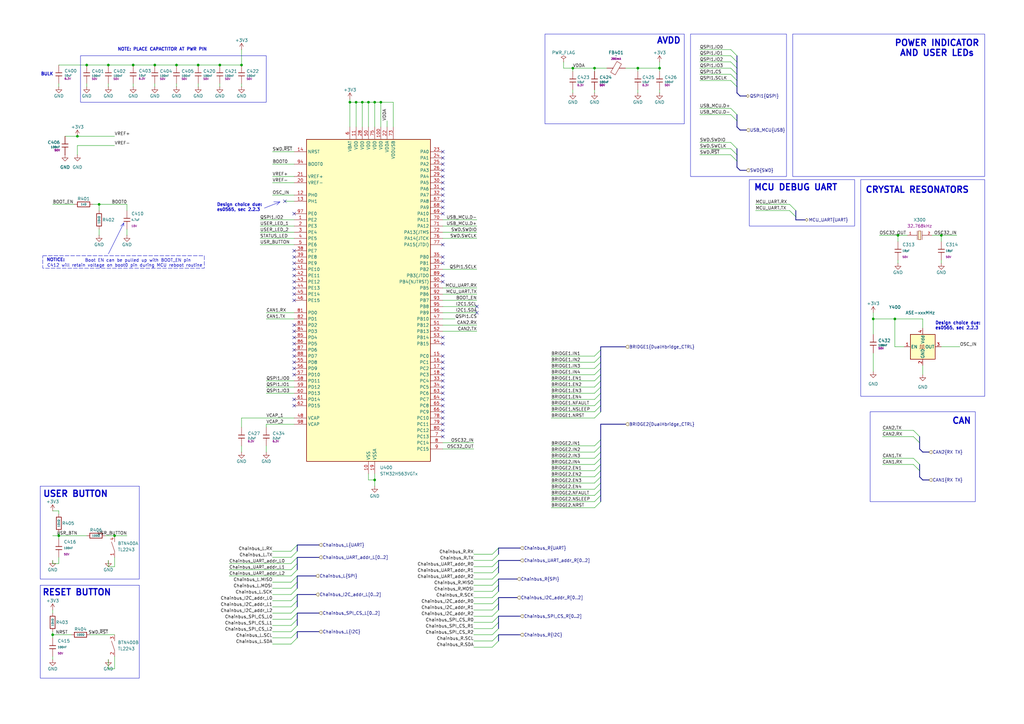
<source format=kicad_sch>
(kicad_sch (version 20250114) (generator "eeschema") (generator_version "9.0")
  (paper "A3")
  (title_block (title "ModuCard BM STM32H562VGT6") (date "2025-04-18") (rev "1.1.1") (company "KoNaR") (comment 1 "Base project authors: Dominik Pluta, Artem Horiunov") (comment 2 "Project author: <author>"))
  (bus_alias "QSPI" (members "IO0" "IO1" "IO2" "IO3" "CS" "SCLK"))
  (bus_alias "SWD" (members "SWCLK" "SWDIO" "~{RST}"))
  (bus_alias "UART" (members "RX" "TX"))
  (rectangle (start 356.87 168.91) (end 400.05 205.74))
  (rectangle (start 33.02 22.86) (end 109.22 41.91))
  (rectangle (start 325.12 13.97) (end 403.86 72.39))
  (rectangle (start 16.51 199.39) (end 57.15 237.49))
  (rectangle (start 17.526 104.902) (end 83.82 109.982) (stroke (width 0) (type dash)))
  (rectangle (start 307.34 73.66) (end 350.52 92.71))
  (rectangle (start 283.21 13.97) (end 322.58 72.39))
  (rectangle (start 16.51 240.03) (end 57.15 278.13))
  (rectangle (start 223.52 13.97) (end 280.67 50.8))
  (rectangle (start 353.06 73.66) (end 403.86 162.56))
  (text "                Boot EN can be pulled up with BOOT_EN pin\nC412 will retain voltage on boot0 pin during MCU reboot routine" (at 19.304 107.95 0) (effects (font (size 1.27 1.27)) (justify left)))
  (text "RESET BUTTON" (at 17.272 243.078 0) (effects (font (size 2.54 2.54) (thickness 0.508) (bold yes)) (justify left)))
  (text "CAN\n" (at 390.398 172.72 0) (effects (font (size 2.54 2.54) (thickness 0.508) (bold yes)) (justify left)))
  (text "CRYSTAL RESONATORS" (at 354.838 77.978 0) (effects (font (size 2.54 2.54) (thickness 0.508) (bold yes)) (justify left)))
  (text "POWER INDICATOR\nAND USER LEDs" (at 384.302 19.812 0) (effects (font (size 2.54 2.54) (thickness 0.508) (bold yes))))
  (text "NOTICE:" (at 22.86 106.68 0) (effects (font (size 1.27 1.27) (thickness 0.254) (bold yes))))
  (text "Design choice due:\nes0565, sec 2.2.3" (at 88.9 85.09 0) (effects (font (size 1.27 1.27) (thickness 0.254) (bold yes)) (justify left)))
  (text "AVDD" (at 269.24 16.764 0) (effects (font (size 2.54 2.54) (thickness 0.508) (bold yes)) (justify left)))
  (text "Design choice due:\nes0565, sec 2.2.3" (at 383.54 133.604 0) (effects (font (size 1.27 1.27) (thickness 0.254) (bold yes)) (justify left)))
  (text "MCU DEBUG UART" (at 309.118 76.962 0) (effects (font (size 2.54 2.54) (thickness 0.508) (bold yes)) (justify left)))
  (text "BULK\n" (at 19.304 30.48 0) (effects (font (size 1.27 1.27) (thickness 0.254) (bold yes))))
  (text "USER BUTTON" (at 17.526 202.692 0) (effects (font (size 2.54 2.54) (thickness 0.508) (bold yes)) (justify left)))
  (text "NOTE: PLACE CAPACTITOR AT PWR PIN\n\n" (at 66.548 21.336 0) (effects (font (size 1.27 1.27) (thickness 0.254) (bold yes))))
  (junction (at 99.06 26.67))
  (junction (at 367.03 130.81))
  (junction (at 146.05 41.91))
  (junction (at 270.51 27.94))
  (junction (at 46.99 219.71))
  (junction (at 40.64 83.82))
  (junction (at 44.45 26.67))
  (junction (at 35.56 26.67))
  (junction (at 386.08 96.52))
  (junction (at 234.95 27.94))
  (junction (at 143.51 41.91))
  (junction (at 148.59 41.91))
  (junction (at 153.67 196.85))
  (junction (at 54.61 26.67))
  (junction (at 31.75 55.88))
  (junction (at 261.62 27.94))
  (junction (at 21.59 260.35))
  (junction (at 90.17 26.67))
  (junction (at 81.28 26.67))
  (junction (at 358.14 130.81))
  (junction (at 243.84 27.94))
  (junction (at 368.3 96.52))
  (junction (at 72.39 26.67))
  (junction (at 63.5 26.67))
  (junction (at 156.21 41.91))
  (junction (at 24.13 219.71))
  (junction (at 151.13 41.91))
  (junction (at 153.67 41.91))
  (no_connect (at 181.61 179.07))
  (no_connect (at 181.61 64.77))
  (no_connect (at 181.61 85.09))
  (no_connect (at 181.61 151.13))
  (no_connect (at 120.65 146.05))
  (no_connect (at 120.65 105.41))
  (no_connect (at 181.61 171.45))
  (no_connect (at 120.65 163.83))
  (no_connect (at 181.61 168.91))
  (no_connect (at 181.61 146.05))
  (no_connect (at 181.61 87.63))
  (no_connect (at 181.61 69.85))
  (no_connect (at 181.61 113.03))
  (no_connect (at 195.58 125.73))
  (no_connect (at 181.61 138.43))
  (no_connect (at 120.65 135.89))
  (no_connect (at 181.61 161.29))
  (no_connect (at 120.65 118.11))
  (no_connect (at 120.65 140.97))
  (no_connect (at 181.61 80.01))
  (no_connect (at 120.65 133.35))
  (no_connect (at 181.61 100.33))
  (no_connect (at 120.65 153.67))
  (no_connect (at 120.65 138.43))
  (no_connect (at 181.61 140.97))
  (no_connect (at 181.61 72.39))
  (no_connect (at 120.65 123.19))
  (no_connect (at 120.65 151.13))
  (no_connect (at 195.58 128.27))
  (no_connect (at 120.65 115.57))
  (no_connect (at 120.65 120.65))
  (no_connect (at 181.61 166.37))
  (no_connect (at 181.61 115.57))
  (no_connect (at 120.65 102.87))
  (no_connect (at 181.61 62.23))
  (no_connect (at 120.65 113.03))
  (no_connect (at 120.65 107.95))
  (no_connect (at 181.61 74.93))
  (no_connect (at 181.61 158.75))
  (no_connect (at 120.65 110.49))
  (no_connect (at 181.61 77.47))
  (no_connect (at 181.61 107.95))
  (no_connect (at 116.84 82.55))
  (no_connect (at 181.61 176.53))
  (no_connect (at 120.65 87.63))
  (no_connect (at 120.65 148.59))
  (no_connect (at 181.61 148.59))
  (no_connect (at 181.61 153.67))
  (no_connect (at 120.65 143.51))
  (no_connect (at 181.61 82.55))
  (no_connect (at 181.61 163.83))
  (no_connect (at 181.61 67.31))
  (no_connect (at 120.65 166.37))
  (no_connect (at 181.61 173.99))
  (no_connect (at 181.61 105.41))
  (no_connect (at 181.61 156.21))
  (bus_entry (at 302.26 33.02) (size -2.54 -2.54))
  (bus_entry (at 121.92 246.38) (size -2.54 2.54))
  (bus_entry (at 121.92 236.22) (size -2.54 2.54))
  (bus_entry (at 246.38 148.59) (size -2.54 2.54))
  (bus_entry (at 204.47 252.73) (size -2.54 2.54))
  (bus_entry (at 121.92 238.76) (size -2.54 2.54))
  (bus_entry (at 246.38 187.96) (size -2.54 2.54))
  (bus_entry (at 302.26 22.86) (size -2.54 -2.54))
  (bus_entry (at 121.92 241.3) (size -2.54 2.54))
  (bus_entry (at 246.38 163.83) (size -2.54 2.54))
  (bus_entry (at 246.38 195.58) (size -2.54 2.54))
  (bus_entry (at 246.38 161.29) (size -2.54 2.54))
  (bus_entry (at 246.38 182.88) (size -2.54 2.54))
  (bus_entry (at 204.47 237.49) (size -2.54 2.54))
  (bus_entry (at 204.47 224.79) (size -2.54 2.54))
  (bus_entry (at 246.38 166.37) (size -2.54 2.54))
  (bus_entry (at 121.92 226.06) (size -2.54 2.54))
  (bus_entry (at 246.38 185.42) (size -2.54 2.54))
  (bus_entry (at 204.47 242.57) (size -2.54 2.54))
  (bus_entry (at 299.72 60.96) (size 2.54 2.54))
  (bus_entry (at 204.47 257.81) (size -2.54 2.54))
  (bus_entry (at 204.47 240.03) (size -2.54 2.54))
  (bus_entry (at 204.47 232.41) (size -2.54 2.54))
  (bus_entry (at 201.93 265.43) (size 2.54 -2.54))
  (bus_entry (at 246.38 200.66) (size -2.54 2.54))
  (bus_entry (at 246.38 168.91) (size -2.54 2.54))
  (bus_entry (at 121.92 233.68) (size -2.54 2.54))
  (bus_entry (at 374.65 190.5) (size 2.54 2.54))
  (bus_entry (at 121.92 228.6) (size -2.54 2.54))
  (bus_entry (at 302.26 35.56) (size -2.54 -2.54))
  (bus_entry (at 374.65 176.53) (size 2.54 2.54))
  (bus_entry (at 121.92 254) (size -2.54 2.54))
  (bus_entry (at 119.38 264.16) (size 2.54 -2.54))
  (bus_entry (at 121.92 243.84) (size -2.54 2.54))
  (bus_entry (at 299.72 63.5) (size 2.54 2.54))
  (bus_entry (at 204.47 247.65) (size -2.54 2.54))
  (bus_entry (at 246.38 153.67) (size -2.54 2.54))
  (bus_entry (at 121.92 256.54) (size -2.54 2.54))
  (bus_entry (at 246.38 205.74) (size -2.54 2.54))
  (bus_entry (at 302.26 27.94) (size -2.54 -2.54))
  (bus_entry (at 246.38 203.2) (size -2.54 2.54))
  (bus_entry (at 121.92 223.52) (size -2.54 2.54))
  (bus_entry (at 204.47 250.19) (size -2.54 2.54))
  (bus_entry (at 121.92 248.92) (size -2.54 2.54))
  (bus_entry (at 246.38 198.12) (size -2.54 2.54))
  (bus_entry (at 302.26 49.53) (size -2.54 -2.54))
  (bus_entry (at 246.38 156.21) (size -2.54 2.54))
  (bus_entry (at 246.38 158.75) (size -2.54 2.54))
  (bus_entry (at 246.38 180.34) (size -2.54 2.54))
  (bus_entry (at 246.38 190.5) (size -2.54 2.54))
  (bus_entry (at 246.38 193.04) (size -2.54 2.54))
  (bus_entry (at 204.47 255.27) (size -2.54 2.54))
  (bus_entry (at 374.65 179.07) (size 2.54 2.54))
  (bus_entry (at 246.38 146.05) (size -2.54 2.54))
  (bus_entry (at 119.38 261.62) (size 2.54 -2.54))
  (bus_entry (at 204.47 245.11) (size -2.54 2.54))
  (bus_entry (at 302.26 30.48) (size -2.54 -2.54))
  (bus_entry (at 374.65 187.96) (size 2.54 2.54))
  (bus_entry (at 204.47 229.87) (size -2.54 2.54))
  (bus_entry (at 121.92 251.46) (size -2.54 2.54))
  (bus_entry (at 246.38 143.51) (size -2.54 2.54))
  (bus_entry (at 302.26 46.99) (size -2.54 -2.54))
  (bus_entry (at 121.92 231.14) (size -2.54 2.54))
  (bus_entry (at 326.39 88.9) (size -2.54 -2.54))
  (bus_entry (at 204.47 234.95) (size -2.54 2.54))
  (bus_entry (at 246.38 151.13) (size -2.54 2.54))
  (bus_entry (at 302.26 25.4) (size -2.54 -2.54))
  (bus_entry (at 299.72 58.42) (size 2.54 2.54))
  (bus_entry (at 201.93 262.89) (size 2.54 -2.54))
  (bus_entry (at 326.39 86.36) (size -2.54 -2.54))
  (bus_entry (at 204.47 227.33) (size -2.54 2.54))
  (wire (pts (xy 143.51 52.07) (xy 143.51 41.91)))
  (bus (pts (xy 302.26 27.94) (xy 302.26 30.48)))
  (wire (pts (xy 226.06 200.66) (xy 243.84 200.66)))
  (wire (pts (xy 226.06 182.88) (xy 243.84 182.88)))
  (wire (pts (xy 194.31 260.35) (xy 201.93 260.35)))
  (bus (pts (xy 256.54 142.24) (xy 246.38 142.24)))
  (wire (pts (xy 158.75 49.53) (xy 158.75 52.07)))
  (wire (pts (xy 226.06 187.96) (xy 243.84 187.96)))
  (wire (pts (xy 44.45 26.67) (xy 54.61 26.67)))
  (bus (pts (xy 130.81 251.46) (xy 121.92 251.46)))
  (bus (pts (xy 326.39 90.17) (xy 330.2 90.17)))
  (wire (pts (xy 386.08 107.95) (xy 386.08 106.68)))
  (wire (pts (xy 299.72 20.32) (xy 287.02 20.32)))
  (wire (pts (xy 21.59 231.14) (xy 21.59 229.87)))
  (bus (pts (xy 212.09 245.11) (xy 204.47 245.11)))
  (bus (pts (xy 303.53 69.85) (xy 306.07 69.85)))
  (bus (pts (xy 246.38 198.12) (xy 246.38 200.66)))
  (wire (pts (xy 367.03 130.81) (xy 378.46 130.81)))
  (bus (pts (xy 246.38 146.05) (xy 246.38 148.59)))
  (bus (pts (xy 213.36 260.35) (xy 204.47 260.35)))
  (wire (pts (xy 181.61 125.73) (xy 195.58 125.73)))
  (wire (pts (xy 24.13 209.55) (xy 21.59 209.55)))
  (bus (pts (xy 130.81 259.08) (xy 121.92 259.08)))
  (bus (pts (xy 302.26 66.04) (xy 302.26 68.58)))
  (bus (pts (xy 212.09 237.49) (xy 204.47 237.49)))
  (wire (pts (xy 93.98 236.22) (xy 119.38 236.22)))
  (wire (pts (xy 226.06 153.67) (xy 243.84 153.67)))
  (bus (pts (xy 204.47 229.87) (xy 204.47 232.41)))
  (bus (pts (xy 246.38 166.37) (xy 246.38 168.91)))
  (wire (pts (xy 111.76 228.6) (xy 119.38 228.6)))
  (wire (pts (xy 226.06 185.42) (xy 243.84 185.42)))
  (wire (pts (xy 226.06 193.04) (xy 243.84 193.04)))
  (wire (pts (xy 181.61 90.17) (xy 195.58 90.17)))
  (wire (pts (xy 52.07 83.82) (xy 52.07 86.36)))
  (wire (pts (xy 24.13 219.71) (xy 24.13 220.98)))
  (wire (pts (xy 43.18 219.71) (xy 46.99 219.71)))
  (wire (pts (xy 226.06 171.45) (xy 243.84 171.45)))
  (wire (pts (xy 111.76 238.76) (xy 119.38 238.76)))
  (bus (pts (xy 246.38 142.24) (xy 246.38 143.51)))
  (wire (pts (xy 24.13 218.44) (xy 24.13 219.71)))
  (wire (pts (xy 21.59 259.08) (xy 21.59 260.35)))
  (wire (pts (xy 31.75 59.69) (xy 31.75 63.5)))
  (wire (pts (xy 90.17 34.29) (xy 90.17 35.56)))
  (wire (pts (xy 99.06 182.88) (xy 99.06 185.42)))
  (wire (pts (xy 226.06 190.5) (xy 243.84 190.5)))
  (wire (pts (xy 52.07 93.98) (xy 52.07 96.52)))
  (wire (pts (xy 120.65 97.79) (xy 106.68 97.79)))
  (wire (pts (xy 106.68 90.17) (xy 120.65 90.17)))
  (bus (pts (xy 303.53 39.37) (xy 306.07 39.37)))
  (wire (pts (xy 368.3 96.52) (xy 368.3 99.06)))
  (wire (pts (xy 361.95 187.96) (xy 374.65 187.96)))
  (wire (pts (xy 111.76 259.08) (xy 119.38 259.08)))
  (wire (pts (xy 40.64 83.82) (xy 52.07 83.82)))
  (wire (pts (xy 21.59 269.24) (xy 21.59 270.51)))
  (wire (pts (xy 181.61 110.49) (xy 195.58 110.49)))
  (bus (pts (xy 121.92 254) (xy 121.92 256.54)))
  (wire (pts (xy 116.84 82.55) (xy 120.65 82.55)))
  (wire (pts (xy 148.59 41.91) (xy 151.13 41.91)))
  (wire (pts (xy 186.69 130.81) (xy 181.61 130.81)))
  (wire (pts (xy 111.76 246.38) (xy 119.38 246.38)))
  (wire (pts (xy 153.67 41.91) (xy 153.67 52.07)))
  (wire (pts (xy 256.54 27.94) (xy 261.62 27.94)))
  (wire (pts (xy 109.22 128.27) (xy 120.65 128.27)))
  (wire (pts (xy 299.72 27.94) (xy 287.02 27.94)))
  (wire (pts (xy 21.59 260.35) (xy 29.21 260.35)))
  (bus (pts (xy 378.46 185.42) (xy 377.19 184.15)))
  (bus (pts (xy 213.36 224.79) (xy 204.47 224.79)))
  (wire (pts (xy 161.29 41.91) (xy 161.29 52.07)))
  (wire (pts (xy 243.84 29.21) (xy 243.84 27.94)))
  (wire (pts (xy 386.08 142.24) (xy 393.7 142.24)))
  (wire (pts (xy 299.72 30.48) (xy 287.02 30.48)))
  (bus (pts (xy 302.26 63.5) (xy 302.26 66.04)))
  (wire (pts (xy 38.1 83.82) (xy 40.64 83.82)))
  (wire (pts (xy 299.72 46.99) (xy 287.02 46.99)))
  (bus (pts (xy 213.36 252.73) (xy 204.47 252.73)))
  (wire (pts (xy 24.13 209.55) (xy 24.13 210.82)))
  (bus (pts (xy 204.47 237.49) (xy 204.47 240.03)))
  (wire (pts (xy 81.28 26.67) (xy 90.17 26.67)))
  (bus (pts (xy 246.38 161.29) (xy 246.38 163.83)))
  (bus (pts (xy 302.26 25.4) (xy 302.26 27.94)))
  (wire (pts (xy 24.13 34.29) (xy 24.13 35.56)))
  (bus (pts (xy 130.81 223.52) (xy 121.92 223.52)))
  (wire (pts (xy 111.76 248.92) (xy 119.38 248.92)))
  (wire (pts (xy 386.08 96.52) (xy 392.43 96.52)))
  (bus (pts (xy 302.26 22.86) (xy 302.26 25.4)))
  (bus (pts (xy 121.92 236.22) (xy 121.92 238.76)))
  (wire (pts (xy 194.31 257.81) (xy 201.93 257.81)))
  (bus (pts (xy 246.38 158.75) (xy 246.38 161.29)))
  (wire (pts (xy 194.31 229.87) (xy 201.93 229.87)))
  (wire (pts (xy 111.76 80.01) (xy 120.65 80.01)))
  (wire (pts (xy 46.99 232.41) (xy 46.99 228.6)))
  (wire (pts (xy 63.5 34.29) (xy 63.5 35.56)))
  (wire (pts (xy 54.61 26.67) (xy 63.5 26.67)))
  (wire (pts (xy 226.06 161.29) (xy 243.84 161.29)))
  (wire (pts (xy 46.99 232.41) (xy 44.45 232.41)))
  (wire (pts (xy 109.22 173.99) (xy 120.65 173.99)))
  (wire (pts (xy 111.76 62.23) (xy 120.65 62.23)))
  (wire (pts (xy 109.22 161.29) (xy 120.65 161.29)))
  (wire (pts (xy 181.61 95.25) (xy 195.58 95.25)))
  (wire (pts (xy 382.27 96.52) (xy 386.08 96.52)))
  (wire (pts (xy 360.68 96.52) (xy 368.3 96.52)))
  (bus (pts (xy 378.46 196.85) (xy 377.19 195.58)))
  (wire (pts (xy 358.14 130.81) (xy 367.03 130.81)))
  (wire (pts (xy 111.76 243.84) (xy 119.38 243.84)))
  (bus (pts (xy 302.26 33.02) (xy 302.26 35.56)))
  (wire (pts (xy 111.76 256.54) (xy 119.38 256.54)))
  (bus (pts (xy 121.92 228.6) (xy 121.92 231.14)))
  (bus (pts (xy 326.39 86.36) (xy 326.39 88.9)))
  (bus (pts (xy 204.47 245.11) (xy 204.47 247.65)))
  (bus (pts (xy 204.47 232.41) (xy 204.47 234.95)))
  (bus (pts (xy 246.38 187.96) (xy 246.38 190.5)))
  (bus (pts (xy 246.38 151.13) (xy 246.38 153.67)))
  (wire (pts (xy 35.56 26.67) (xy 44.45 26.67)))
  (wire (pts (xy 226.06 208.28) (xy 243.84 208.28)))
  (wire (pts (xy 181.61 135.89) (xy 195.58 135.89)))
  (wire (pts (xy 54.61 34.29) (xy 54.61 35.56)))
  (wire (pts (xy 35.56 34.29) (xy 35.56 35.56)))
  (wire (pts (xy 194.31 247.65) (xy 201.93 247.65)))
  (wire (pts (xy 194.31 181.61) (xy 181.61 181.61)))
  (wire (pts (xy 63.5 26.67) (xy 72.39 26.67)))
  (wire (pts (xy 226.06 205.74) (xy 243.84 205.74)))
  (wire (pts (xy 378.46 149.86) (xy 378.46 153.67)))
  (wire (pts (xy 194.31 265.43) (xy 201.93 265.43)))
  (wire (pts (xy 287.02 60.96) (xy 299.72 60.96)))
  (wire (pts (xy 243.84 27.94) (xy 248.92 27.94)))
  (bus (pts (xy 246.38 163.83) (xy 246.38 166.37)))
  (wire (pts (xy 44.45 274.32) (xy 44.45 270.51)))
  (bus (pts (xy 378.46 196.85) (xy 381 196.85)))
  (bus (pts (xy 302.26 30.48) (xy 302.26 33.02)))
  (bus (pts (xy 121.92 246.38) (xy 121.92 248.92)))
  (bus (pts (xy 246.38 173.99) (xy 246.38 180.34)))
  (wire (pts (xy 358.14 137.16) (xy 358.14 130.81)))
  (wire (pts (xy 109.22 182.88) (xy 109.22 185.42)))
  (wire (pts (xy 46.99 274.32) (xy 44.45 274.32)))
  (wire (pts (xy 99.06 34.29) (xy 99.06 35.56)))
  (wire (pts (xy 194.31 250.19) (xy 201.93 250.19)))
  (wire (pts (xy 26.67 55.88) (xy 31.75 55.88)))
  (wire (pts (xy 111.76 226.06) (xy 119.38 226.06)))
  (wire (pts (xy 226.06 198.12) (xy 243.84 198.12)))
  (bus (pts (xy 121.92 231.14) (xy 121.92 233.68)))
  (wire (pts (xy 194.31 234.95) (xy 201.93 234.95)))
  (bus (pts (xy 204.47 255.27) (xy 204.47 257.81)))
  (bus (pts (xy 303.53 69.85) (xy 302.26 68.58)))
  (bus (pts (xy 121.92 243.84) (xy 121.92 246.38)))
  (bus (pts (xy 377.19 179.07) (xy 377.19 181.61)))
  (wire (pts (xy 146.05 41.91) (xy 146.05 52.07)))
  (wire (pts (xy 270.51 36.83) (xy 270.51 38.1)))
  (wire (pts (xy 194.31 227.33) (xy 201.93 227.33)))
  (wire (pts (xy 72.39 34.29) (xy 72.39 35.56)))
  (wire (pts (xy 287.02 63.5) (xy 299.72 63.5)))
  (bus (pts (xy 246.38 143.51) (xy 246.38 146.05)))
  (polyline (pts (xy 50.8 91.44) (xy 50.8 92.71)))
  (wire (pts (xy 194.31 252.73) (xy 201.93 252.73)))
  (polyline (pts (xy 49.53 92.71) (xy 50.8 91.44)))
  (bus (pts (xy 246.38 182.88) (xy 246.38 185.42)))
  (wire (pts (xy 109.22 130.81) (xy 120.65 130.81)))
  (bus (pts (xy 302.26 63.5) (xy 302.26 60.96)))
  (bus (pts (xy 121.92 251.46) (xy 121.92 254)))
  (bus (pts (xy 302.26 49.53) (xy 302.26 52.07)))
  (bus (pts (xy 246.38 153.67) (xy 246.38 156.21)))
  (wire (pts (xy 24.13 219.71) (xy 21.59 219.71)))
  (wire (pts (xy 194.31 232.41) (xy 201.93 232.41)))
  (wire (pts (xy 99.06 20.32) (xy 99.06 26.67)))
  (wire (pts (xy 370.84 142.24) (xy 367.03 142.24)))
  (bus (pts (xy 129.54 236.22) (xy 121.92 236.22)))
  (wire (pts (xy 111.76 67.31) (xy 120.65 67.31)))
  (wire (pts (xy 226.06 146.05) (xy 243.84 146.05)))
  (bus (pts (xy 213.36 229.87) (xy 204.47 229.87)))
  (wire (pts (xy 194.31 245.11) (xy 201.93 245.11)))
  (bus (pts (xy 129.54 243.84) (xy 121.92 243.84)))
  (polyline (pts (xy 112.268 82.804) (xy 114.808 82.804)))
  (bus (pts (xy 303.53 53.34) (xy 306.07 53.34)))
  (wire (pts (xy 361.95 176.53) (xy 374.65 176.53)))
  (wire (pts (xy 195.58 123.19) (xy 181.61 123.19)))
  (bus (pts (xy 377.19 193.04) (xy 377.19 190.5)))
  (bus (pts (xy 377.19 193.04) (xy 377.19 195.58)))
  (wire (pts (xy 151.13 194.31) (xy 151.13 196.85)))
  (wire (pts (xy 231.14 25.4) (xy 231.14 27.94)))
  (bus (pts (xy 204.47 252.73) (xy 204.47 255.27)))
  (wire (pts (xy 111.76 251.46) (xy 119.38 251.46)))
  (wire (pts (xy 143.51 41.91) (xy 146.05 41.91)))
  (wire (pts (xy 270.51 25.4) (xy 270.51 27.94)))
  (wire (pts (xy 46.99 269.24) (xy 46.99 274.32)))
  (wire (pts (xy 194.31 237.49) (xy 201.93 237.49)))
  (bus (pts (xy 326.39 88.9) (xy 326.39 90.17)))
  (wire (pts (xy 99.06 171.45) (xy 99.06 175.26)))
  (wire (pts (xy 231.14 27.94) (xy 234.95 27.94)))
  (wire (pts (xy 309.88 86.36) (xy 323.85 86.36)))
  (bus (pts (xy 246.38 156.21) (xy 246.38 158.75)))
  (wire (pts (xy 234.95 36.83) (xy 234.95 38.1)))
  (bus (pts (xy 246.38 195.58) (xy 246.38 198.12)))
  (wire (pts (xy 111.76 74.93) (xy 120.65 74.93)))
  (wire (pts (xy 378.46 130.81) (xy 378.46 134.62)))
  (wire (pts (xy 44.45 34.29) (xy 44.45 35.56)))
  (wire (pts (xy 106.68 92.71) (xy 120.65 92.71)))
  (wire (pts (xy 299.72 22.86) (xy 287.02 22.86)))
  (bus (pts (xy 377.19 181.61) (xy 377.19 184.15)))
  (bus (pts (xy 302.26 35.56) (xy 302.26 38.1)))
  (wire (pts (xy 36.83 260.35) (xy 46.99 260.35)))
  (wire (pts (xy 153.67 196.85) (xy 153.67 199.39)))
  (bus (pts (xy 121.92 223.52) (xy 121.92 226.06)))
  (bus (pts (xy 204.47 260.35) (xy 204.47 262.89)))
  (wire (pts (xy 90.17 26.67) (xy 99.06 26.67)))
  (wire (pts (xy 24.13 219.71) (xy 35.56 219.71)))
  (wire (pts (xy 309.88 83.82) (xy 323.85 83.82)))
  (wire (pts (xy 243.84 36.83) (xy 243.84 38.1)))
  (wire (pts (xy 153.67 41.91) (xy 156.21 41.91)))
  (wire (pts (xy 99.06 171.45) (xy 120.65 171.45)))
  (wire (pts (xy 111.76 241.3) (xy 119.38 241.3)))
  (wire (pts (xy 181.61 120.65) (xy 195.58 120.65)))
  (wire (pts (xy 181.61 92.71) (xy 195.58 92.71)))
  (wire (pts (xy 40.64 96.52) (xy 40.64 93.98)))
  (wire (pts (xy 226.06 151.13) (xy 243.84 151.13)))
  (bus (pts (xy 246.38 148.59) (xy 246.38 151.13)))
  (wire (pts (xy 181.61 97.79) (xy 195.58 97.79)))
  (bus (pts (xy 303.53 39.37) (xy 302.26 38.1)))
  (wire (pts (xy 194.31 240.03) (xy 201.93 240.03)))
  (wire (pts (xy 21.59 251.46) (xy 21.59 250.19)))
  (polyline (pts (xy 44.45 104.14) (xy 50.8 91.44)))
  (wire (pts (xy 299.72 25.4) (xy 287.02 25.4)))
  (bus (pts (xy 204.47 247.65) (xy 204.47 250.19)))
  (bus (pts (xy 246.38 193.04) (xy 246.38 195.58)))
  (wire (pts (xy 287.02 58.42) (xy 299.72 58.42)))
  (wire (pts (xy 120.65 95.25) (xy 106.68 95.25)))
  (wire (pts (xy 226.06 156.21) (xy 243.84 156.21)))
  (wire (pts (xy 111.76 264.16) (xy 119.38 264.16)))
  (wire (pts (xy 44.45 232.41) (xy 44.45 229.87)))
  (wire (pts (xy 109.22 158.75) (xy 120.65 158.75)))
  (wire (pts (xy 24.13 26.67) (xy 35.56 26.67)))
  (wire (pts (xy 226.06 158.75) (xy 243.84 158.75)))
  (wire (pts (xy 151.13 41.91) (xy 151.13 52.07)))
  (bus (pts (xy 246.38 173.99) (xy 256.54 173.99)))
  (wire (pts (xy 181.61 133.35) (xy 195.58 133.35)))
  (wire (pts (xy 72.39 26.67) (xy 81.28 26.67)))
  (wire (pts (xy 368.3 96.52) (xy 372.11 96.52)))
  (wire (pts (xy 21.59 260.35) (xy 21.59 261.62)))
  (bus (pts (xy 204.47 240.03) (xy 204.47 242.57)))
  (wire (pts (xy 24.13 228.6) (xy 24.13 231.14)))
  (bus (pts (xy 121.92 259.08) (xy 121.92 261.62)))
  (wire (pts (xy 234.95 27.94) (xy 243.84 27.94)))
  (bus (pts (xy 246.38 190.5) (xy 246.38 193.04)))
  (wire (pts (xy 234.95 29.21) (xy 234.95 27.94)))
  (wire (pts (xy 109.22 175.26) (xy 109.22 173.99)))
  (wire (pts (xy 386.08 96.52) (xy 386.08 99.06)))
  (wire (pts (xy 261.62 36.83) (xy 261.62 38.1)))
  (wire (pts (xy 109.22 156.21) (xy 120.65 156.21)))
  (wire (pts (xy 270.51 29.21) (xy 270.51 27.94)))
  (wire (pts (xy 181.61 128.27) (xy 195.58 128.27)))
  (wire (pts (xy 46.99 219.71) (xy 52.07 219.71)))
  (wire (pts (xy 143.51 40.64) (xy 143.51 41.91)))
  (wire (pts (xy 226.06 166.37) (xy 243.84 166.37)))
  (wire (pts (xy 156.21 41.91) (xy 156.21 52.07)))
  (wire (pts (xy 93.98 233.68) (xy 119.38 233.68)))
  (wire (pts (xy 361.95 179.07) (xy 374.65 179.07)))
  (wire (pts (xy 111.76 261.62) (xy 119.38 261.62)))
  (wire (pts (xy 226.06 168.91) (xy 243.84 168.91)))
  (wire (pts (xy 367.03 142.24) (xy 367.03 130.81)))
  (wire (pts (xy 31.75 59.69) (xy 46.99 59.69)))
  (wire (pts (xy 226.06 163.83) (xy 243.84 163.83)))
  (wire (pts (xy 194.31 184.15) (xy 181.61 184.15)))
  (wire (pts (xy 194.31 242.57) (xy 201.93 242.57)))
  (wire (pts (xy 148.59 41.91) (xy 148.59 52.07)))
  (bus (pts (xy 130.81 228.6) (xy 121.92 228.6)))
  (bus (pts (xy 246.38 203.2) (xy 246.38 205.74)))
  (wire (pts (xy 361.95 190.5) (xy 374.65 190.5)))
  (polyline (pts (xy 108.458 85.344) (xy 114.808 82.804)))
  (wire (pts (xy 299.72 44.45) (xy 287.02 44.45)))
  (bus (pts (xy 246.38 180.34) (xy 246.38 182.88)))
  (wire (pts (xy 226.06 203.2) (xy 243.84 203.2)))
  (wire (pts (xy 156.21 41.91) (xy 161.29 41.91)))
  (bus (pts (xy 204.47 224.79) (xy 204.47 227.33)))
  (bus (pts (xy 121.92 238.76) (xy 121.92 241.3)))
  (bus (pts (xy 302.26 46.99) (xy 302.26 49.53)))
  (wire (pts (xy 358.14 128.27) (xy 358.14 130.81)))
  (wire (pts (xy 151.13 41.91) (xy 153.67 41.91)))
  (wire (pts (xy 226.06 195.58) (xy 243.84 195.58)))
  (wire (pts (xy 106.68 100.33) (xy 120.65 100.33)))
  (bus (pts (xy 246.38 185.42) (xy 246.38 187.96)))
  (wire (pts (xy 151.13 196.85) (xy 153.67 196.85)))
  (wire (pts (xy 111.76 254) (xy 119.38 254)))
  (wire (pts (xy 299.72 33.02) (xy 287.02 33.02)))
  (wire (pts (xy 81.28 34.29) (xy 81.28 35.56)))
  (wire (pts (xy 181.61 118.11) (xy 195.58 118.11)))
  (wire (pts (xy 93.98 231.14) (xy 119.38 231.14)))
  (wire (pts (xy 21.59 83.82) (xy 30.48 83.82)))
  (wire (pts (xy 194.31 255.27) (xy 201.93 255.27)))
  (bus (pts (xy 246.38 200.66) (xy 246.38 203.2)))
  (wire (pts (xy 153.67 196.85) (xy 153.67 194.31)))
  (wire (pts (xy 146.05 41.91) (xy 148.59 41.91)))
  (wire (pts (xy 358.14 144.78) (xy 358.14 152.4)))
  (wire (pts (xy 368.3 107.95) (xy 368.3 106.68)))
  (wire (pts (xy 226.06 148.59) (xy 243.84 148.59)))
  (bus (pts (xy 378.46 185.42) (xy 381 185.42)))
  (polyline (pts (xy 113.538 84.074) (xy 114.808 82.804)))
  (wire (pts (xy 40.64 83.82) (xy 40.64 86.36)))
  (wire (pts (xy 111.76 72.39) (xy 120.65 72.39)))
  (wire (pts (xy 24.13 231.14) (xy 21.59 231.14)))
  (wire (pts (xy 261.62 27.94) (xy 270.51 27.94)))
  (wire (pts (xy 31.75 55.88) (xy 46.99 55.88)))
  (wire (pts (xy 194.31 262.89) (xy 201.93 262.89)))
  (bus (pts (xy 303.53 53.34) (xy 302.26 52.07)))
  (wire (pts (xy 261.62 29.21) (xy 261.62 27.94)))
  (label "BRIDGE1.NSLEEP" (at 226.06 168.91 0))
  (label "BRIDGE1.NFAULT" (at 226.06 166.37 0))
  (label "CAN2.RX" (at 195.58 133.35 180))
  (label "BRIDGE2.EN3" (at 226.06 198.12 0))
  (label "OSC32_IN" (at 392.43 96.52 180))
  (label "VREF-" (at 46.99 59.69 0))
  (label "Chainbus_SPI_CS_L0" (at 111.76 254 180))
  (label "BRIDGE1.IN3" (at 226.06 151.13 0))
  (label "QSPI1.IO0" (at 109.22 156.21 0))
  (label "BRIDGE2.IN2" (at 226.06 185.42 0))
  (label "CAN1.RX" (at 109.22 128.27 0))
  (label "CAN1.TX" (at 109.22 130.81 0))
  (label "OSC32_OUT" (at 360.68 96.52 0))
  (label "Chainbus_SPI_CS_L1" (at 111.76 256.54 180))
  (label "USR_BTN" (at 31.75 219.71 180))
  (label "VREF-" (at 111.76 74.93 0))
  (label "USER_LED_1" (at 106.68 92.71 0))
  (label "BRIDGE1.EN3" (at 226.06 161.29 0))
  (label "QSPI1.IO2" (at 287.02 25.4 0))
  (label "OSC32_OUT" (at 194.31 184.15 180))
  (label "Chainbus_L.TX" (at 111.76 228.6 180))
  (label "Chainbus_I2C_addr_L2" (at 111.76 251.46 180))
  (label "MCU_UART.TX" (at 195.58 120.65 180))
  (label "BOOT_EN" (at 195.58 123.19 180))
  (label "Chainbus_I2C_addr_R2" (at 194.31 252.73 180))
  (label "USB_MCU.D-" (at 195.58 90.17 180))
  (label "Chainbus_R.TX" (at 194.31 229.87 180))
  (label "Chainbus_L.SCK" (at 111.76 243.84 180))
  (label "SWD.~{RST}" (at 44.45 260.35 180))
  (label "NRST" (at 22.86 260.35 0))
  (label "SWD.SWDIO" (at 287.02 58.42 0))
  (label "USB_MCU.D-" (at 287.02 46.99 0))
  (label "BRIDGE1.IN2" (at 226.06 148.59 0))
  (label "Chainbus_R.RX" (at 194.31 227.33 180))
  (label "OSC32_IN" (at 194.31 181.61 180))
  (label "QSPI1.IO3" (at 287.02 27.94 0))
  (label "QSPI1.IO1" (at 287.02 22.86 0))
  (label "BRIDGE2.IN4" (at 226.06 190.5 0))
  (label "Chainbus_SPI_CS_R0" (at 194.31 255.27 180))
  (label "BRIDGE1.NRST" (at 226.06 171.45 0))
  (label "QSPI1.SCLK" (at 287.02 33.02 0))
  (label "Chainbus_SPI_CS_R1" (at 194.31 257.81 180))
  (label "BRIDGE1.IN4" (at 226.06 153.67 0))
  (label "BRIDGE1.EN2" (at 226.06 158.75 0))
  (label "Chainbus_UART_addr_R1" (at 194.31 234.95 180))
  (label "BRIDGE2.NFAULT" (at 226.06 203.2 0))
  (label "SWD.SWCLK" (at 287.02 60.96 0))
  (label "SWD.~{RST}" (at 287.02 63.5 0))
  (label "BRIDGE2.NSLEEP" (at 226.06 205.74 0))
  (label "I2C1.SDA" (at 195.58 128.27 180))
  (label "Chainbus_UART_addr_L0" (at 93.98 231.14 0))
  (label "CAN1.RX" (at 361.95 190.5 0))
  (label "CAN2.RX" (at 361.95 179.07 0))
  (label "QSPI1.CS" (at 287.02 30.48 0))
  (label "QSPI1.IO1" (at 109.22 158.75 0))
  (label "QSPI1.IO3" (at 109.22 161.29 0))
  (label "Chainbus_I2C_addr_L0" (at 111.76 246.38 180))
  (label "VDDA" (at 234.95 27.94 0))
  (label "QSPI1.SCLK" (at 195.58 110.49 180))
  (label "Chainbus_R.SDA" (at 194.31 265.43 180))
  (label "Chainbus_L.MOSI" (at 111.76 241.3 180))
  (label "I2C1.SCL" (at 195.58 125.73 180))
  (label "BRIDGE1.IN1" (at 226.06 146.05 0))
  (label "OSC_IN" (at 111.76 80.01 0))
  (label "Chainbus_L.MISO" (at 111.76 238.76 180))
  (label "Chainbus_L.SCL" (at 111.76 261.62 180))
  (label "Chainbus_I2C_addr_R1" (at 194.31 250.19 180))
  (label "Chainbus_UART_addr_L2" (at 93.98 236.22 0))
  (label "SWD.SWDIO" (at 195.58 95.25 180))
  (label "USR_BUTTON" (at 106.68 100.33 0))
  (label "QSPI1.IO0" (at 287.02 20.32 0))
  (label "Chainbus_R.MOSI" (at 194.31 242.57 180))
  (label "Chainbus_UART_addr_L1" (at 93.98 233.68 0))
  (label "VCAP_2" (at 109.22 173.99 0))
  (label "QSPI1.CS" (at 186.69 130.81 0))
  (label "MCU_UART.TX" (at 309.88 86.36 0))
  (label "QSPI1.IO2" (at 106.68 90.17 0))
  (label "Chainbus_I2C_addr_L1" (at 111.76 248.92 180))
  (label "CAN2.TX" (at 361.95 176.53 0))
  (label "CAN2.TX" (at 195.58 135.89 180))
  (label "Chainbus_UART_addr_R2" (at 194.31 237.49 180))
  (label "BRIDGE2.EN2" (at 226.06 195.58 0))
  (label "USR_BUTTON" (at 52.07 219.71 180))
  (label "USB_MCU.D+" (at 195.58 92.71 180))
  (label "VDDA" (at 158.75 49.53 90))
  (label "SWD.~{RST}" (at 111.76 62.23 0))
  (label "BOOT0" (at 52.07 83.82 180))
  (label "Chainbus_I2C_addr_R0" (at 194.31 247.65 180))
  (label "Chainbus_L.SDA" (at 111.76 264.16 180))
  (label "Chainbus_R.SCL" (at 194.31 262.89 180))
  (label "BOOT_EN" (at 21.59 83.82 0))
  (label "Chainbus_R.SCK" (at 194.31 245.11 180))
  (label "USB_MCU.D+" (at 287.02 44.45 0))
  (label "BRIDGE1.EN1" (at 226.06 156.21 0))
  (label "BRIDGE2.NRST" (at 226.06 208.28 0))
  (label "MCU_UART.RX" (at 195.58 118.11 180))
  (label "BRIDGE2.EN4" (at 226.06 200.66 0))
  (label "BRIDGE2.EN1" (at 226.06 193.04 0))
  (label "BRIDGE2.IN3" (at 226.06 187.96 0))
  (label "STATUS_LED" (at 106.68 97.79 0))
  (label "SWD.SWCLK" (at 195.58 97.79 180))
  (label "OSC_IN" (at 393.7 142.24 0))
  (label "BOOT0" (at 111.76 67.31 0))
  (label "Chainbus_UART_addr_R0" (at 194.31 232.41 180))
  (label "Chainbus_SPI_CS_R2" (at 194.31 260.35 180))
  (label "VCAP_1" (at 109.22 171.45 0))
  (label "USER_LED_2" (at 106.68 95.25 0))
  (label "BRIDGE1.EN4" (at 226.06 163.83 0))
  (label "VREF+" (at 46.99 55.88 0))
  (label "Chainbus_R.MISO" (at 194.31 240.03 180))
  (label "VREF+" (at 111.76 72.39 0))
  (label "MCU_UART.RX" (at 309.88 83.82 0))
  (label "Chainbus_L.RX" (at 111.76 226.06 180))
  (label "CAN1.TX" (at 361.95 187.96 0))
  (label "Chainbus_SPI_CS_L2" (at 111.76 259.08 180))
  (label "BRIDGE2.IN1" (at 226.06 182.88 0))
  (hierarchical_label "CAN2{RX TX}" (shape input) (at 381 185.42 0))
  (hierarchical_label "Chainbus_R{UART}" (shape input) (at 213.36 224.79 0))
  (hierarchical_label "Chainbus_SPI_CS_R[0..2]" (shape input) (at 213.36 252.73 0))
  (hierarchical_label "Chainbus_L{UART}" (shape input) (at 130.81 223.52 0))
  (hierarchical_label "Chainbus_L{I2C}" (shape input) (at 130.81 259.08 0))
  (hierarchical_label "Chainbus_UART_addr_L[0..2]" (shape input) (at 130.81 228.6 0))
  (hierarchical_label "USB_MCU{USB}" (shape input) (at 306.07 53.34 0))
  (hierarchical_label "Chainbus_UART_addr_R[0..2]" (shape input) (at 213.36 229.87 0))
  (hierarchical_label "Chainbus_R{I2C}" (shape input) (at 213.36 260.35 0))
  (hierarchical_label "Chainbus_I2C_addr_R[0..2]" (shape input) (at 212.09 245.11 0))
  (hierarchical_label "Chainbus_L{SPI}" (shape input) (at 129.54 236.22 0))
  (hierarchical_label "Chainbus_R{SPI}" (shape input) (at 212.09 237.49 0))
  (hierarchical_label "SWD{SWD}" (shape input) (at 306.07 69.85 0))
  (hierarchical_label "QSPI1{QSPI}" (shape bidirectional) (at 306.07 39.37 0))
  (hierarchical_label "BRIDGE2{DualHbridge_CTRL}" (shape input) (at 256.54 173.99 0))
  (hierarchical_label "Chainbus_SPI_CS_L[0..2]" (shape input) (at 130.81 251.46 0))
  (hierarchical_label "MCU_UART{UART}" (shape bidirectional) (at 330.2 90.17 0))
  (hierarchical_label "CAN1{RX TX}" (shape input) (at 381 196.85 0))
  (hierarchical_label "BRIDGE1{DualHbridge_CTRL}" (shape input) (at 256.54 142.24 0))
  (hierarchical_label "Chainbus_I2C_addr_L[0..2]" (shape input) (at 129.54 243.84 0))
  (symbol (lib_id "PCM_JLCPCB-Capacitors:0402,100nF,(2)") (at 26.67 59.69 0) (mirror y) (unit 1)
    (property "Reference" "C406" (at 24.638 58.42 0) (effects (justify left)))
    (property "Value" "100nF" (at 24.638 60.325 0) (effects (font (size 0.8 0.8)) (justify left)))
    (property "Footprint" "PCM_JLCPCB:C_0402" (effects (hide yes)))
    (property "Datasheet" "https://www.lcsc.com/datasheet/lcsc_datasheet_2304140030_Samsung-Electro-Mechanics-CL05B104KB54PNC_C307331.pdf" (effects (hide yes)))
    (property "Description" "50V 100nF X7R ±10% 0402 Multilayer Ceramic Capacitors MLCC - SMD/SMT ROHS" (effects (hide yes)))
    (property "LCSC" "C307331" (effects (hide yes)))
    (property "Stock" "5436546" (effects (hide yes)))
    (property "Price" "0.008USD" (effects (hide yes)))
    (property "Process" "SMT" (effects (hide yes)))
    (property "Minimum Qty" "20" (effects (hide yes)))
    (property "Attrition Qty" "10" (effects (hide yes)))
    (property "Class" "Basic Component" (effects (hide yes)))
    (property "Category" "Capacitors,Multilayer Ceramic Capacitors MLCC - SMD/SMT" (effects (hide yes)))
    (property "Manufacturer" "Samsung Electro-Mechanics" (effects (hide yes)))
    (property "Part" "CL05B104KB54PNC" (effects (hide yes)))
    (property "Voltage Rated" "50V" (at 24.638 61.595 0) (effects (font (size 0.8 0.8)) (justify left)))
    (property "Tolerance" "±10%" (effects (hide yes)))
    (property "Capacitance" "100nF" (effects (hide yes)))
    (property "Temperature Coefficient" "X7R" (effects (hide yes)))
  )
  (symbol (lib_id "power:PWR_FLAG") (at 231.14 25.4 0) (unit 1)
    (property "Reference" "#FLG907" (effects (hide yes)))
    (property "Value" "PWR_FLAG" (at 231.14 21.59 0))
    (property "Description" "Special symbol for telling ERC where power comes from" (effects (hide yes)))
  )
  (symbol (lib_id "power:GND") (at 21.59 229.87 0) (unit 1)
    (property "Reference" "#PWR425" (effects (hide yes)))
    (property "Value" "GND" (at 21.59 233.68 0))
    (property "Description" "Power symbol creates a global label with name \"GND\" , ground" (effects (hide yes)))
  )
  (symbol (lib_id "power:GND") (at 386.08 107.95 0) (unit 1)
    (property "Reference" "#PWR332" (effects (hide yes)))
    (property "Value" "GND" (at 386.08 111.76 0))
    (property "Description" "Power symbol creates a global label with name \"GND\" , ground" (effects (hide yes)))
  )
  (symbol (lib_id "PCM_JLCPCB-Inductors:Ferrite,0603") (at 252.73 27.94 90) (unit 1)
    (property "Reference" "FB401" (at 252.6792 21.59 90))
    (property "Value" "~" (at 252.6792 22.86 90) (effects (font (size 0.8 0.8))))
    (property "Footprint" "PCM_JLCPCB:FB_0603" (effects (hide yes)))
    (property "Datasheet" "https://www.lcsc.com/datasheet/lcsc_datasheet_2310301640_Sunlord-GZ1608D601TF_C1002.pdf" (effects (hide yes)))
    (property "Description" "450mΩ ±25% 600Ω@100MHz 0603 Ferrite Beads ROHS" (effects (hide yes)))
    (property "LCSC" "C1002" (effects (hide yes)))
    (property "Stock" "565849" (effects (hide yes)))
    (property "Price" "0.010USD" (effects (hide yes)))
    (property "Process" "SMT" (effects (hide yes)))
    (property "Minimum Qty" "20" (effects (hide yes)))
    (property "Attrition Qty" "6" (effects (hide yes)))
    (property "Class" "Basic Component" (effects (hide yes)))
    (property "Category" "Filters/EMI Optimization,Ferrite Beads" (effects (hide yes)))
    (property "Manufacturer" "Sunlord" (effects (hide yes)))
    (property "Part" "GZ1608D601TF" (effects (hide yes)))
    (property "DC Resistance" "450mΩ" (effects (hide yes)))
    (property "Impedance @ Frequency" "600Ω@100MHz" (effects (hide yes)))
    (property "Circuits" "1" (effects (hide yes)))
    (property "Current Rating" "200mA" (at 252.6792 24.13 90) (effects (font (size 0.8 0.8))))
    (property "Tolerance" "±25%" (effects (hide yes)))
  )
  (symbol (lib_id "TL2243:TL2243") (at 46.99 264.16 90) (unit 2)
    (property "Reference" "BTN400" (at 48.26 263.5249 90) (effects (justify right)))
    (property "Value" "TL2243" (at 48.26 266.0649 90) (effects (justify right)))
    (property "Footprint" "TL2243:TL2243" (effects (hide yes)))
    (property "Datasheet" "https://www.lcsc.com/datasheet/lcsc_datasheet_2410121841_E-Switch-TL2243_C273515.pdf" (effects (hide yes)))
    (property "Description" "Double Stack Switch" (effects (hide yes)))
  )
  (symbol (lib_id "PCM_JLCPCB-Capacitors:0402,4.7uF") (at 52.07 90.17 0) (unit 1)
    (property "Reference" "C410" (at 53.848 87.63 0) (effects (justify left)))
    (property "Value" "4.7uF" (at 53.848 90.1701 0) (effects (font (size 0.8 0.8)) (justify left)))
    (property "Footprint" "PCM_JLCPCB:C_0402" (effects (hide yes)))
    (property "Datasheet" "https://www.lcsc.com/datasheet/lcsc_datasheet_2304140030_Samsung-Electro-Mechanics-CL05A475MP5NRNC_C23733.pdf" (effects (hide yes)))
    (property "Description" "10V 4.7uF X5R ±20% 0402 Multilayer Ceramic Capacitors MLCC - SMD/SMT ROHS" (effects (hide yes)))
    (property "LCSC" "C23733" (effects (hide yes)))
    (property "Stock" "1633861" (effects (hide yes)))
    (property "Price" "0.008USD" (effects (hide yes)))
    (property "Process" "SMT" (effects (hide yes)))
    (property "Minimum Qty" "20" (effects (hide yes)))
    (property "Attrition Qty" "10" (effects (hide yes)))
    (property "Class" "Basic Component" (effects (hide yes)))
    (property "Category" "Capacitors,Multilayer Ceramic Capacitors MLCC - SMD/SMT" (effects (hide yes)))
    (property "Manufacturer" "Samsung Electro-Mechanics" (effects (hide yes)))
    (property "Part" "CL05A475MP5NRNC" (effects (hide yes)))
    (property "Voltage Rated" "10V" (at 53.848 92.7101 0) (effects (font (size 0.8 0.8)) (justify left)))
    (property "Tolerance" "±20%" (effects (hide yes)))
    (property "Capacitance" "4.7uF" (effects (hide yes)))
    (property "Temperature Coefficient" "X5R" (effects (hide yes)))
  )
  (symbol (lib_id "power:+5V") (at 358.14 128.27 0) (unit 1)
    (property "Reference" "#PWR452" (effects (hide yes)))
    (property "Value" "+3V3" (at 358.14 124.46 0))
    (property "Description" "Power symbol creates a global label with name \"+5V\"" (effects (hide yes)))
  )
  (symbol (lib_id "power:GND") (at 26.67 63.5 0) (unit 1)
    (property "Reference" "#PWR458" (effects (hide yes)))
    (property "Value" "GND" (at 26.67 68.58 0))
    (property "Description" "Power symbol creates a global label with name \"GND\" , ground" (effects (hide yes)))
  )
  (symbol (lib_id "PCM_JLCPCB-Capacitors:0402,100nF,(2)") (at 99.06 30.48 0) (unit 1)
    (property "Reference" "C422" (at 101.092 29.21 0) (effects (justify left)))
    (property "Value" "100nF" (at 101.092 31.115 0) (effects (font (size 0.8 0.8)) (justify left)))
    (property "Footprint" "PCM_JLCPCB:C_0402" (effects (hide yes)))
    (property "Datasheet" "https://www.lcsc.com/datasheet/lcsc_datasheet_2304140030_Samsung-Electro-Mechanics-CL05B104KB54PNC_C307331.pdf" (effects (hide yes)))
    (property "Description" "50V 100nF X7R ±10% 0402 Multilayer Ceramic Capacitors MLCC - SMD/SMT ROHS" (effects (hide yes)))
    (property "LCSC" "C307331" (effects (hide yes)))
    (property "Stock" "5436546" (effects (hide yes)))
    (property "Price" "0.008USD" (effects (hide yes)))
    (property "Process" "SMT" (effects (hide yes)))
    (property "Minimum Qty" "20" (effects (hide yes)))
    (property "Attrition Qty" "10" (effects (hide yes)))
    (property "Class" "Basic Component" (effects (hide yes)))
    (property "Category" "Capacitors,Multilayer Ceramic Capacitors MLCC - SMD/SMT" (effects (hide yes)))
    (property "Manufacturer" "Samsung Electro-Mechanics" (effects (hide yes)))
    (property "Part" "CL05B104KB54PNC" (effects (hide yes)))
    (property "Voltage Rated" "50V" (at 101.092 32.385 0) (effects (font (size 0.8 0.8)) (justify left)))
    (property "Tolerance" "±10%" (effects (hide yes)))
    (property "Capacitance" "100nF" (effects (hide yes)))
    (property "Temperature Coefficient" "X7R" (effects (hide yes)))
  )
  (symbol (lib_id "power:GND") (at 90.17 35.56 0) (unit 1)
    (property "Reference" "#PWR442" (effects (hide yes)))
    (property "Value" "GND" (at 90.17 39.37 0))
    (property "Description" "Power symbol creates a global label with name \"GND\" , ground" (effects (hide yes)))
  )
  (symbol (lib_id "power:GND") (at 44.45 270.51 0) (unit 1)
    (property "Reference" "#PWR421" (effects (hide yes)))
    (property "Value" "GND" (at 44.45 274.32 0))
    (property "Description" "Power symbol creates a global label with name \"GND\" , ground" (effects (hide yes)))
  )
  (symbol (lib_id "TL2243:TL2243") (at 46.99 223.52 90) (unit 1)
    (property "Reference" "BTN400" (at 48.26 222.8849 90) (effects (justify right)))
    (property "Value" "TL2243" (at 48.26 225.4249 90) (effects (justify right)))
    (property "Footprint" "TL2243:TL2243" (effects (hide yes)))
    (property "Datasheet" "https://www.lcsc.com/datasheet/lcsc_datasheet_2410121841_E-Switch-TL2243_C273515.pdf" (effects (hide yes)))
    (property "Description" "Double Stack Switch" (effects (hide yes)))
  )
  (symbol (lib_id "power:GND") (at 234.95 38.1 0) (unit 1)
    (property "Reference" "#PWR445" (effects (hide yes)))
    (property "Value" "GND" (at 234.95 41.91 0))
    (property "Description" "Power symbol creates a global label with name \"GND\" , ground" (effects (hide yes)))
  )
  (symbol (lib_id "PCM_JLCPCB-Capacitors:0402,10uF") (at 234.95 33.02 0) (unit 1)
    (property "Reference" "C423" (at 236.728 31.75 0) (effects (justify left)))
    (property "Value" "10uF" (at 236.728 33.655 0) (effects (font (size 0.8 0.8)) (justify left)))
    (property "Footprint" "PCM_JLCPCB:C_0402" (effects (hide yes)))
    (property "Datasheet" "https://www.lcsc.com/datasheet/lcsc_datasheet_2208231630_Samsung-Electro-Mechanics-CL05A106MQ5NUNC_C15525.pdf" (effects (hide yes)))
    (property "Description" "6.3V 10uF X5R ±20% 0402 Multilayer Ceramic Capacitors MLCC - SMD/SMT ROHS" (effects (hide yes)))
    (property "LCSC" "C15525" (effects (hide yes)))
    (property "Stock" "1226257" (effects (hide yes)))
    (property "Price" "0.008USD" (effects (hide yes)))
    (property "Process" "SMT" (effects (hide yes)))
    (property "Minimum Qty" "20" (effects (hide yes)))
    (property "Attrition Qty" "10" (effects (hide yes)))
    (property "Class" "Basic Component" (effects (hide yes)))
    (property "Category" "Capacitors,Multilayer Ceramic Capacitors MLCC - SMD/SMT" (effects (hide yes)))
    (property "Manufacturer" "Samsung Electro-Mechanics" (effects (hide yes)))
    (property "Part" "CL05A106MQ5NUNC" (effects (hide yes)))
    (property "Voltage Rated" "6.3V" (at 236.728 34.925 0) (effects (font (size 0.8 0.8)) (justify left)))
    (property "Tolerance" "±20%" (effects (hide yes)))
    (property "Capacitance" "10uF" (effects (hide yes)))
    (property "Temperature Coefficient" "X5R" (effects (hide yes)))
  )
  (symbol (lib_id "power:GND") (at 153.67 199.39 0) (unit 1)
    (property "Reference" "#PWR461" (effects (hide yes)))
    (property "Value" "GND" (at 153.67 203.454 0))
    (property "Description" "Power symbol creates a global label with name \"GND\" , ground" (effects (hide yes)))
  )
  (symbol (lib_id "power:GND") (at 63.5 35.56 0) (unit 1)
    (property "Reference" "#PWR439" (effects (hide yes)))
    (property "Value" "GND" (at 63.5 39.37 0))
    (property "Description" "Power symbol creates a global label with name \"GND\" , ground" (effects (hide yes)))
  )
  (symbol (lib_id "PCM_JLCPCB-Resistors:0402,10kΩ") (at 21.59 255.27 0) (unit 1)
    (property "Reference" "R403" (at 22.86 255.27 0) (effects (justify left)))
    (property "Value" "10kΩ" (at 21.59 255.27 90) (effects (font (size 0.8 0.8))))
    (property "Footprint" "PCM_JLCPCB:R_0402" (effects (hide yes)))
    (property "Datasheet" "https://www.lcsc.com/datasheet/lcsc_datasheet_2411221126_UNI-ROYAL-Uniroyal-Elec-0402WGF1002TCE_C25744.pdf" (effects (hide yes)))
    (property "Description" "62.5mW Thick Film Resistors 50V ±100ppm/°C ±1% 10kΩ 0402 Chip Resistor - Surface Mount ROHS" (effects (hide yes)))
    (property "LCSC" "C25744" (effects (hide yes)))
    (property "Stock" "13746052" (effects (hide yes)))
    (property "Price" "0.004USD" (effects (hide yes)))
    (property "Process" "SMT" (effects (hide yes)))
    (property "Minimum Qty" "5" (effects (hide yes)))
    (property "Attrition Qty" "0" (effects (hide yes)))
    (property "Class" "Basic Component" (effects (hide yes)))
    (property "Category" "Resistors,Chip Resistor - Surface Mount" (effects (hide yes)))
    (property "Manufacturer" "UNI-ROYAL(Uniroyal Elec)" (effects (hide yes)))
    (property "Part" "0402WGF1002TCE" (effects (hide yes)))
    (property "Resistance" "10kΩ" (effects (hide yes)))
    (property "Power(Watts)" "62.5mW" (effects (hide yes)))
    (property "Type" "Thick Film Resistors" (effects (hide yes)))
    (property "Overload Voltage (Max)" "50V" (effects (hide yes)))
    (property "Operating Temperature Range" "-55°C~+155°C" (effects (hide yes)))
    (property "Tolerance" "±1%" (effects (hide yes)))
    (property "Temperature Coefficient" "±100ppm/°C" (effects (hide yes)))
  )
  (symbol (lib_id "power:GND") (at 81.28 35.56 0) (unit 1)
    (property "Reference" "#PWR441" (effects (hide yes)))
    (property "Value" "GND" (at 81.28 39.37 0))
    (property "Description" "Power symbol creates a global label with name \"GND\" , ground" (effects (hide yes)))
  )
  (symbol (lib_id "power:GND") (at 40.64 96.52 0) (unit 1)
    (property "Reference" "#PWR413" (effects (hide yes)))
    (property "Value" "GND" (at 40.64 100.33 0))
    (property "Description" "Power symbol creates a global label with name \"GND\" , ground" (effects (hide yes)))
  )
  (symbol (lib_id "PCM_JLCPCB-Capacitors:0402,18pF") (at 368.3 102.87 0) (unit 1)
    (property "Reference" "C313" (at 370.078 100.33 0) (effects (justify left)))
    (property "Value" "18pF" (at 370.078 102.8701 0) (effects (font (size 0.8 0.8)) (justify left)))
    (property "Footprint" "PCM_JLCPCB:C_0402" (effects (hide yes)))
    (property "Datasheet" "https://www.lcsc.com/datasheet/lcsc_datasheet_2304140030_FH--Guangdong-Fenghua-Advanced-Tech-0402CG180J500NT_C1549.pdf" (effects (hide yes)))
    (property "Description" "50V 18pF C0G ±5% 0402 Multilayer Ceramic Capacitors MLCC - SMD/SMT ROHS" (effects (hide yes)))
    (property "LCSC" "C1549" (effects (hide yes)))
    (property "Stock" "408081" (effects (hide yes)))
    (property "Price" "0.004USD" (effects (hide yes)))
    (property "Process" "SMT" (effects (hide yes)))
    (property "Minimum Qty" "20" (effects (hide yes)))
    (property "Attrition Qty" "10" (effects (hide yes)))
    (property "Class" "Basic Component" (effects (hide yes)))
    (property "Category" "Capacitors,Multilayer Ceramic Capacitors MLCC - SMD/SMT" (effects (hide yes)))
    (property "Manufacturer" "FH(Guangdong Fenghua Advanced Tech)" (effects (hide yes)))
    (property "Part" "0402CG180J500NT" (effects (hide yes)))
    (property "Voltage Rated" "50V" (at 370.078 105.4101 0) (effects (font (size 0.8 0.8)) (justify left)))
    (property "Tolerance" "±5%" (effects (hide yes)))
    (property "Capacitance" "18pF" (effects (hide yes)))
    (property "Temperature Coefficient" "C0G" (effects (hide yes)))
  )
  (symbol (lib_id "PCM_JLCPCB-Capacitors:0402,18pF") (at 386.08 102.87 0) (unit 1)
    (property "Reference" "C314" (at 387.858 100.3299 0) (effects (justify left)))
    (property "Value" "18pF" (at 387.858 102.87 0) (effects (font (size 0.8 0.8)) (justify left)))
    (property "Footprint" "PCM_JLCPCB:C_0402" (effects (hide yes)))
    (property "Datasheet" "https://www.lcsc.com/datasheet/lcsc_datasheet_2304140030_FH--Guangdong-Fenghua-Advanced-Tech-0402CG180J500NT_C1549.pdf" (effects (hide yes)))
    (property "Description" "50V 18pF C0G ±5% 0402 Multilayer Ceramic Capacitors MLCC - SMD/SMT ROHS" (effects (hide yes)))
    (property "LCSC" "C1549" (effects (hide yes)))
    (property "Stock" "408081" (effects (hide yes)))
    (property "Price" "0.004USD" (effects (hide yes)))
    (property "Process" "SMT" (effects (hide yes)))
    (property "Minimum Qty" "20" (effects (hide yes)))
    (property "Attrition Qty" "10" (effects (hide yes)))
    (property "Class" "Basic Component" (effects (hide yes)))
    (property "Category" "Capacitors,Multilayer Ceramic Capacitors MLCC - SMD/SMT" (effects (hide yes)))
    (property "Manufacturer" "FH(Guangdong Fenghua Advanced Tech)" (effects (hide yes)))
    (property "Part" "0402CG180J500NT" (effects (hide yes)))
    (property "Voltage Rated" "50V" (at 387.858 105.41 0) (effects (font (size 0.8 0.8)) (justify left)))
    (property "Tolerance" "±5%" (effects (hide yes)))
    (property "Capacitance" "18pF" (effects (hide yes)))
    (property "Temperature Coefficient" "C0G" (effects (hide yes)))
  )
  (symbol (lib_id "power:GND") (at 44.45 35.56 0) (unit 1)
    (property "Reference" "#PWR455" (effects (hide yes)))
    (property "Value" "GND" (at 44.45 39.37 0))
    (property "Description" "Power symbol creates a global label with name \"GND\" , ground" (effects (hide yes)))
  )
  (symbol (lib_id "power:GND") (at 99.06 35.56 0) (unit 1)
    (property "Reference" "#PWR443" (effects (hide yes)))
    (property "Value" "GND" (at 99.06 39.37 0))
    (property "Description" "Power symbol creates a global label with name \"GND\" , ground" (effects (hide yes)))
  )
  (symbol (lib_id "power:+5V") (at 21.59 250.19 0) (unit 1)
    (property "Reference" "#PWR419" (effects (hide yes)))
    (property "Value" "+3V3" (at 21.59 246.38 0))
    (property "Description" "Power symbol creates a global label with name \"+5V\"" (effects (hide yes)))
  )
  (symbol (lib_id "PCM_JLCPCB-Capacitors:0402,100nF,(2)") (at 270.51 33.02 0) (unit 1)
    (property "Reference" "C426" (at 272.542 31.75 0) (effects (justify left)))
    (property "Value" "100nF" (at 272.542 33.655 0) (effects (font (size 0.8 0.8)) (justify left)))
    (property "Footprint" "PCM_JLCPCB:C_0402" (effects (hide yes)))
    (property "Datasheet" "https://www.lcsc.com/datasheet/lcsc_datasheet_2304140030_Samsung-Electro-Mechanics-CL05B104KB54PNC_C307331.pdf" (effects (hide yes)))
    (property "Description" "50V 100nF X7R ±10% 0402 Multilayer Ceramic Capacitors MLCC - SMD/SMT ROHS" (effects (hide yes)))
    (property "LCSC" "C307331" (effects (hide yes)))
    (property "Stock" "5436546" (effects (hide yes)))
    (property "Price" "0.008USD" (effects (hide yes)))
    (property "Process" "SMT" (effects (hide yes)))
    (property "Minimum Qty" "20" (effects (hide yes)))
    (property "Attrition Qty" "10" (effects (hide yes)))
    (property "Class" "Basic Component" (effects (hide yes)))
    (property "Category" "Capacitors,Multilayer Ceramic Capacitors MLCC - SMD/SMT" (effects (hide yes)))
    (property "Manufacturer" "Samsung Electro-Mechanics" (effects (hide yes)))
    (property "Part" "CL05B104KB54PNC" (effects (hide yes)))
    (property "Voltage Rated" "50V" (at 272.542 34.925 0) (effects (font (size 0.8 0.8)) (justify left)))
    (property "Tolerance" "±10%" (effects (hide yes)))
    (property "Capacitance" "100nF" (effects (hide yes)))
    (property "Temperature Coefficient" "X7R" (effects (hide yes)))
  )
  (symbol (lib_id "power:GND") (at 21.59 270.51 0) (unit 1)
    (property "Reference" "#PWR420" (effects (hide yes)))
    (property "Value" "GND" (at 21.59 274.32 0))
    (property "Description" "Power symbol creates a global label with name \"GND\" , ground" (effects (hide yes)))
  )
  (symbol (lib_id "PCM_JLCPCB-Capacitors:0402,10uF") (at 261.62 33.02 0) (unit 1)
    (property "Reference" "C425" (at 263.398 31.75 0) (effects (justify left)))
    (property "Value" "10uF" (at 263.398 33.655 0) (effects (font (size 0.8 0.8)) (justify left)))
    (property "Footprint" "PCM_JLCPCB:C_0402" (effects (hide yes)))
    (property "Datasheet" "https://www.lcsc.com/datasheet/lcsc_datasheet_2208231630_Samsung-Electro-Mechanics-CL05A106MQ5NUNC_C15525.pdf" (effects (hide yes)))
    (property "Description" "6.3V 10uF X5R ±20% 0402 Multilayer Ceramic Capacitors MLCC - SMD/SMT ROHS" (effects (hide yes)))
    (property "LCSC" "C15525" (effects (hide yes)))
    (property "Stock" "1226257" (effects (hide yes)))
    (property "Price" "0.008USD" (effects (hide yes)))
    (property "Process" "SMT" (effects (hide yes)))
    (property "Minimum Qty" "20" (effects (hide yes)))
    (property "Attrition Qty" "10" (effects (hide yes)))
    (property "Class" "Basic Component" (effects (hide yes)))
    (property "Category" "Capacitors,Multilayer Ceramic Capacitors MLCC - SMD/SMT" (effects (hide yes)))
    (property "Manufacturer" "Samsung Electro-Mechanics" (effects (hide yes)))
    (property "Part" "CL05A106MQ5NUNC" (effects (hide yes)))
    (property "Voltage Rated" "6.3V" (at 263.398 34.925 0) (effects (font (size 0.8 0.8)) (justify left)))
    (property "Tolerance" "±20%" (effects (hide yes)))
    (property "Capacitance" "10uF" (effects (hide yes)))
    (property "Temperature Coefficient" "X5R" (effects (hide yes)))
  )
  (symbol (lib_id "PCM_JLCPCB-Capacitors:0402,100nF,(2)") (at 358.14 140.97 0) (unit 1)
    (property "Reference" "C432" (at 360.172 139.7 0) (effects (justify left)))
    (property "Value" "100nF" (at 360.172 141.605 0) (effects (font (size 0.8 0.8)) (justify left)))
    (property "Footprint" "PCM_JLCPCB:C_0402" (effects (hide yes)))
    (property "Datasheet" "https://www.lcsc.com/datasheet/lcsc_datasheet_2304140030_Samsung-Electro-Mechanics-CL05B104KB54PNC_C307331.pdf" (effects (hide yes)))
    (property "Description" "50V 100nF X7R ±10% 0402 Multilayer Ceramic Capacitors MLCC - SMD/SMT ROHS" (effects (hide yes)))
    (property "LCSC" "C307331" (effects (hide yes)))
    (property "Stock" "5436546" (effects (hide yes)))
    (property "Price" "0.008USD" (effects (hide yes)))
    (property "Process" "SMT" (effects (hide yes)))
    (property "Minimum Qty" "20" (effects (hide yes)))
    (property "Attrition Qty" "10" (effects (hide yes)))
    (property "Class" "Basic Component" (effects (hide yes)))
    (property "Category" "Capacitors,Multilayer Ceramic Capacitors MLCC - SMD/SMT" (effects (hide yes)))
    (property "Manufacturer" "Samsung Electro-Mechanics" (effects (hide yes)))
    (property "Part" "CL05B104KB54PNC" (effects (hide yes)))
    (property "Voltage Rated" "50V" (at 360.172 142.875 0) (effects (font (size 0.8 0.8)) (justify left)))
    (property "Tolerance" "±10%" (effects (hide yes)))
    (property "Capacitance" "100nF" (effects (hide yes)))
    (property "Temperature Coefficient" "X7R" (effects (hide yes)))
  )
  (symbol (lib_id "power:GND") (at 243.84 38.1 0) (unit 1)
    (property "Reference" "#PWR446" (effects (hide yes)))
    (property "Value" "GND" (at 243.84 41.91 0))
    (property "Description" "Power symbol creates a global label with name \"GND\" , ground" (effects (hide yes)))
  )
  (symbol (lib_id "power:GND") (at 44.45 229.87 0) (unit 1)
    (property "Reference" "#PWR424" (effects (hide yes)))
    (property "Value" "GND" (at 44.45 233.68 0))
    (property "Description" "Power symbol creates a global label with name \"GND\" , ground" (effects (hide yes)))
  )
  (symbol (lib_id "power:GND") (at 358.14 152.4 0) (unit 1)
    (property "Reference" "#PWR451" (effects (hide yes)))
    (property "Value" "GND" (at 358.14 157.48 0))
    (property "Description" "Power symbol creates a global label with name \"GND\" , ground" (effects (hide yes)))
  )
  (symbol (lib_id "power:+5V") (at 99.06 20.32 0) (unit 1)
    (property "Reference" "#PWR453" (effects (hide yes)))
    (property "Value" "+3V3" (at 99.06 16.51 0))
    (property "Description" "Power symbol creates a global label with name \"+5V\"" (effects (hide yes)))
  )
  (symbol (lib_id "power:GND") (at 31.75 63.5 0) (unit 1)
    (property "Reference" "#PWR456" (effects (hide yes)))
    (property "Value" "GND" (at 31.75 68.58 0))
    (property "Description" "Power symbol creates a global label with name \"GND\" , ground" (effects (hide yes)))
  )
  (symbol (lib_id "PCM_JLCPCB-Capacitors:0402,100nF,(2)") (at 44.45 30.48 0) (unit 1)
    (property "Reference" "C402" (at 46.482 29.21 0) (effects (justify left)))
    (property "Value" "100nF" (at 46.482 31.115 0) (effects (font (size 0.8 0.8)) (justify left)))
    (property "Footprint" "PCM_JLCPCB:C_0402" (effects (hide yes)))
    (property "Datasheet" "https://www.lcsc.com/datasheet/lcsc_datasheet_2304140030_Samsung-Electro-Mechanics-CL05B104KB54PNC_C307331.pdf" (effects (hide yes)))
    (property "Description" "50V 100nF X7R ±10% 0402 Multilayer Ceramic Capacitors MLCC - SMD/SMT ROHS" (effects (hide yes)))
    (property "LCSC" "C307331" (effects (hide yes)))
    (property "Stock" "5436546" (effects (hide yes)))
    (property "Price" "0.008USD" (effects (hide yes)))
    (property "Process" "SMT" (effects (hide yes)))
    (property "Minimum Qty" "20" (effects (hide yes)))
    (property "Attrition Qty" "10" (effects (hide yes)))
    (property "Class" "Basic Component" (effects (hide yes)))
    (property "Category" "Capacitors,Multilayer Ceramic Capacitors MLCC - SMD/SMT" (effects (hide yes)))
    (property "Manufacturer" "Samsung Electro-Mechanics" (effects (hide yes)))
    (property "Part" "CL05B104KB54PNC" (effects (hide yes)))
    (property "Voltage Rated" "50V" (at 46.482 32.385 0) (effects (font (size 0.8 0.8)) (justify left)))
    (property "Tolerance" "±10%" (effects (hide yes)))
    (property "Capacitance" "100nF" (effects (hide yes)))
    (property "Temperature Coefficient" "X7R" (effects (hide yes)))
  )
  (symbol (lib_id "PCM_JLCPCB-Capacitors:0402,100nF,(2)") (at 90.17 30.48 0) (unit 1)
    (property "Reference" "C421" (at 92.202 29.21 0) (effects (justify left)))
    (property "Value" "100nF" (at 92.202 31.115 0) (effects (font (size 0.8 0.8)) (justify left)))
    (property "Footprint" "PCM_JLCPCB:C_0402" (effects (hide yes)))
    (property "Datasheet" "https://www.lcsc.com/datasheet/lcsc_datasheet_2304140030_Samsung-Electro-Mechanics-CL05B104KB54PNC_C307331.pdf" (effects (hide yes)))
    (property "Description" "50V 100nF X7R ±10% 0402 Multilayer Ceramic Capacitors MLCC - SMD/SMT ROHS" (effects (hide yes)))
    (property "LCSC" "C307331" (effects (hide yes)))
    (property "Stock" "5436546" (effects (hide yes)))
    (property "Price" "0.008USD" (effects (hide yes)))
    (property "Process" "SMT" (effects (hide yes)))
    (property "Minimum Qty" "20" (effects (hide yes)))
    (property "Attrition Qty" "10" (effects (hide yes)))
    (property "Class" "Basic Component" (effects (hide yes)))
    (property "Category" "Capacitors,Multilayer Ceramic Capacitors MLCC - SMD/SMT" (effects (hide yes)))
    (property "Manufacturer" "Samsung Electro-Mechanics" (effects (hide yes)))
    (property "Part" "CL05B104KB54PNC" (effects (hide yes)))
    (property "Voltage Rated" "50V" (at 92.202 32.385 0) (effects (font (size 0.8 0.8)) (justify left)))
    (property "Tolerance" "±10%" (effects (hide yes)))
    (property "Capacitance" "100nF" (effects (hide yes)))
    (property "Temperature Coefficient" "X7R" (effects (hide yes)))
  )
  (symbol (lib_id "power:GND") (at 368.3 107.95 0) (unit 1)
    (property "Reference" "#PWR310" (effects (hide yes)))
    (property "Value" "GND" (at 368.3 111.76 0))
    (property "Description" "Power symbol creates a global label with name \"GND\" , ground" (effects (hide yes)))
  )
  (symbol (lib_id "power:GND") (at 109.22 185.42 0) (unit 1)
    (property "Reference" "#PWR463" (effects (hide yes)))
    (property "Value" "GND" (at 109.22 189.23 0))
    (property "Description" "Power symbol creates a global label with name \"GND\" , ground" (effects (hide yes)))
  )
  (symbol (lib_id "power:GND") (at 35.56 35.56 0) (unit 1)
    (property "Reference" "#PWR460" (effects (hide yes)))
    (property "Value" "GND" (at 35.56 39.37 0))
    (property "Description" "Power symbol creates a global label with name \"GND\" , ground" (effects (hide yes)))
  )
  (symbol (lib_id "PCM_JLCPCB-Capacitors:0402,100nF,(2)") (at 35.56 30.48 0) (unit 1)
    (property "Reference" "C401" (at 37.592 29.21 0) (effects (justify left)))
    (property "Value" "100nF" (at 37.592 31.115 0) (effects (font (size 0.8 0.8)) (justify left)))
    (property "Footprint" "PCM_JLCPCB:C_0402" (effects (hide yes)))
    (property "Datasheet" "https://www.lcsc.com/datasheet/lcsc_datasheet_2304140030_Samsung-Electro-Mechanics-CL05B104KB54PNC_C307331.pdf" (effects (hide yes)))
    (property "Description" "50V 100nF X7R ±10% 0402 Multilayer Ceramic Capacitors MLCC - SMD/SMT ROHS" (effects (hide yes)))
    (property "LCSC" "C307331" (effects (hide yes)))
    (property "Stock" "5436546" (effects (hide yes)))
    (property "Price" "0.008USD" (effects (hide yes)))
    (property "Process" "SMT" (effects (hide yes)))
    (property "Minimum Qty" "20" (effects (hide yes)))
    (property "Attrition Qty" "10" (effects (hide yes)))
    (property "Class" "Basic Component" (effects (hide yes)))
    (property "Category" "Capacitors,Multilayer Ceramic Capacitors MLCC - SMD/SMT" (effects (hide yes)))
    (property "Manufacturer" "Samsung Electro-Mechanics" (effects (hide yes)))
    (property "Part" "CL05B104KB54PNC" (effects (hide yes)))
    (property "Voltage Rated" "50V" (at 37.592 32.385 0) (effects (font (size 0.8 0.8)) (justify left)))
    (property "Tolerance" "±10%" (effects (hide yes)))
    (property "Capacitance" "100nF" (effects (hide yes)))
    (property "Temperature Coefficient" "X7R" (effects (hide yes)))
  )
  (symbol (lib_id "Oscillator:ASE-xxxMHz") (at 378.46 142.24 0) (unit 1)
    (property "Reference" "Y400" (at 367.03 125.984 0))
    (property "Value" "ASE-xxxMHz" (at 377.444 128.27 0))
    (property "Footprint" "Oscillator:Oscillator_SMD_Abracon_ASE-4Pin_3.2x2.5mm" (effects (hide yes)))
    (property "Datasheet" "https://www.lcsc.com/datasheet/lcsc_datasheet_2407310922_YXC-Crystal-Oscillators-OT322512MJBA4SL_C725989.pdf" (effects (hide yes)))
    (property "Description" "1.8V~3.3V ±10ppm ±20ppm CMOS 12MHz SMD3225-4P Crystal Oscillators ROHS" (effects (hide yes)))
    (property "MPN" "OT322512MJBA4SL" (effects (hide yes)))
    (property "LCSC" "C725989" (effects (hide yes)))
  )
  (symbol (lib_id "power:GND") (at 54.61 35.56 0) (unit 1)
    (property "Reference" "#PWR438" (effects (hide yes)))
    (property "Value" "GND" (at 54.61 39.37 0))
    (property "Description" "Power symbol creates a global label with name \"GND\" , ground" (effects (hide yes)))
  )
  (symbol (lib_id "PCM_JLCPCB-Capacitors:0402,10uF") (at 24.13 30.48 0) (unit 1)
    (property "Reference" "C400" (at 26.416 29.083 0) (effects (justify left)))
    (property "Value" "10uF" (at 26.416 30.988 0) (effects (font (size 0.8 0.8)) (justify left)))
    (property "Footprint" "PCM_JLCPCB:C_0402" (effects (hide yes)))
    (property "Datasheet" "https://www.lcsc.com/datasheet/lcsc_datasheet_2208231630_Samsung-Electro-Mechanics-CL05A106MQ5NUNC_C15525.pdf" (effects (hide yes)))
    (property "Description" "6.3V 10uF X5R ±20% 0402 Multilayer Ceramic Capacitors MLCC - SMD/SMT ROHS" (effects (hide yes)))
    (property "LCSC" "C15525" (effects (hide yes)))
    (property "Stock" "1226257" (effects (hide yes)))
    (property "Price" "0.008USD" (effects (hide yes)))
    (property "Process" "SMT" (effects (hide yes)))
    (property "Minimum Qty" "20" (effects (hide yes)))
    (property "Attrition Qty" "10" (effects (hide yes)))
    (property "Class" "Basic Component" (effects (hide yes)))
    (property "Category" "Capacitors,Multilayer Ceramic Capacitors MLCC - SMD/SMT" (effects (hide yes)))
    (property "Manufacturer" "Samsung Electro-Mechanics" (effects (hide yes)))
    (property "Part" "CL05A106MQ5NUNC" (effects (hide yes)))
    (property "Voltage Rated" "6.3V" (at 26.416 32.258 0) (effects (font (size 0.8 0.8)) (justify left)))
    (property "Tolerance" "±20%" (effects (hide yes)))
    (property "Capacitance" "10uF" (effects (hide yes)))
    (property "Temperature Coefficient" "X5R" (effects (hide yes)))
  )
  (symbol (lib_id "PCM_JLCPCB-Capacitors:0402,2.2uF") (at 99.06 179.07 0) (unit 1)
    (property "Reference" "C427" (at 101.6 177.8 0) (effects (justify left)))
    (property "Value" "2.2uF" (at 101.6 179.705 0) (effects (font (size 0.8 0.8)) (justify left)))
    (property "Footprint" "PCM_JLCPCB:C_0402" (effects (hide yes)))
    (property "Datasheet" "https://www.lcsc.com/datasheet/lcsc_datasheet_2304140030_Samsung-Electro-Mechanics-CL05A225MQ5NSNC_C12530.pdf" (effects (hide yes)))
    (property "Description" "6.3V 2.2uF X5R ±20% 0402 Multilayer Ceramic Capacitors MLCC - SMD/SMT ROHS" (effects (hide yes)))
    (property "LCSC" "C12530" (effects (hide yes)))
    (property "Stock" "2455420" (effects (hide yes)))
    (property "Price" "0.006USD" (effects (hide yes)))
    (property "Process" "SMT" (effects (hide yes)))
    (property "Minimum Qty" "20" (effects (hide yes)))
    (property "Attrition Qty" "10" (effects (hide yes)))
    (property "Class" "Basic Component" (effects (hide yes)))
    (property "Category" "Capacitors,Multilayer Ceramic Capacitors MLCC - SMD/SMT" (effects (hide yes)))
    (property "Manufacturer" "Samsung Electro-Mechanics" (effects (hide yes)))
    (property "Part" "CL05A225MQ5NSNC" (effects (hide yes)))
    (property "Voltage Rated" "6.3V" (at 101.6 180.975 0) (effects (font (size 0.8 0.8)) (justify left)))
    (property "Tolerance" "±20%" (effects (hide yes)))
    (property "Capacitance" "2.2uF" (effects (hide yes)))
    (property "Temperature Coefficient" "X5R" (effects (hide yes)))
  )
  (symbol (lib_id "PCM_JLCPCB-Resistors:0402,100Ω") (at 39.37 219.71 90) (unit 1)
    (property "Reference" "R406" (at 39.37 217.424 90))
    (property "Value" "100Ω" (at 39.37 219.71 90) (effects (font (size 0.8 0.8))))
    (property "Footprint" "PCM_JLCPCB:R_0402" (effects (hide yes)))
    (property "Datasheet" "https://www.lcsc.com/datasheet/lcsc_datasheet_2205311900_UNI-ROYAL-Uniroyal-Elec-0402WGF1000TCE_C25076.pdf" (effects (hide yes)))
    (property "Description" "62.5mW Thick Film Resistors 50V ±1% ±200ppm/°C 100Ω 0402 Chip Resistor - Surface Mount ROHS" (effects (hide yes)))
    (property "LCSC" "C25076" (effects (hide yes)))
    (property "Stock" "3389382" (effects (hide yes)))
    (property "Price" "0.004USD" (effects (hide yes)))
    (property "Process" "SMT" (effects (hide yes)))
    (property "Minimum Qty" "20" (effects (hide yes)))
    (property "Attrition Qty" "10" (effects (hide yes)))
    (property "Class" "Basic Component" (effects (hide yes)))
    (property "Category" "Resistors,Chip Resistor - Surface Mount" (effects (hide yes)))
    (property "Manufacturer" "UNI-ROYAL(Uniroyal Elec)" (effects (hide yes)))
    (property "Part" "0402WGF1000TCE" (effects (hide yes)))
    (property "Resistance" "100Ω" (effects (hide yes)))
    (property "Power(Watts)" "62.5mW" (effects (hide yes)))
    (property "Type" "Thick Film Resistors" (effects (hide yes)))
    (property "Overload Voltage (Max)" "50V" (effects (hide yes)))
    (property "Operating Temperature Range" "-55°C~+155°C" (effects (hide yes)))
    (property "Tolerance" "±1%" (effects (hide yes)))
    (property "Temperature Coefficient" "±200ppm/°C" (effects (hide yes)))
  )
  (symbol (lib_id "power:GND") (at 99.06 185.42 0) (unit 1)
    (property "Reference" "#PWR462" (effects (hide yes)))
    (property "Value" "GND" (at 99.06 189.23 0))
    (property "Description" "Power symbol creates a global label with name \"GND\" , ground" (effects (hide yes)))
  )
  (symbol (lib_id "power:+5V") (at 31.75 55.88 0) (unit 1)
    (property "Reference" "#PWR457" (effects (hide yes)))
    (property "Value" "+3V3" (at 31.75 52.07 0))
    (property "Description" "Power symbol creates a global label with name \"+5V\"" (effects (hide yes)))
  )
  (symbol (lib_id "power:+5V") (at 21.59 209.55 0) (unit 1)
    (property "Reference" "#PWR412" (effects (hide yes)))
    (property "Value" "+3V3" (at 21.59 205.74 0))
    (property "Description" "Power symbol creates a global label with name \"+5V\"" (effects (hide yes)))
  )
  (symbol (lib_id "PCM_JLCPCB-Capacitors:0402,2.2uF") (at 109.22 179.07 0) (unit 1)
    (property "Reference" "C434" (at 111.76 177.8 0) (effects (justify left)))
    (property "Value" "2.2uF" (at 111.76 179.705 0) (effects (font (size 0.8 0.8)) (justify left)))
    (property "Footprint" "PCM_JLCPCB:C_0402" (effects (hide yes)))
    (property "Datasheet" "https://www.lcsc.com/datasheet/lcsc_datasheet_2304140030_Samsung-Electro-Mechanics-CL05A225MQ5NSNC_C12530.pdf" (effects (hide yes)))
    (property "Description" "6.3V 2.2uF X5R ±20% 0402 Multilayer Ceramic Capacitors MLCC - SMD/SMT ROHS" (effects (hide yes)))
    (property "LCSC" "C12530" (effects (hide yes)))
    (property "Stock" "2455420" (effects (hide yes)))
    (property "Price" "0.006USD" (effects (hide yes)))
    (property "Process" "SMT" (effects (hide yes)))
    (property "Minimum Qty" "20" (effects (hide yes)))
    (property "Attrition Qty" "10" (effects (hide yes)))
    (property "Class" "Basic Component" (effects (hide yes)))
    (property "Category" "Capacitors,Multilayer Ceramic Capacitors MLCC - SMD/SMT" (effects (hide yes)))
    (property "Manufacturer" "Samsung Electro-Mechanics" (effects (hide yes)))
    (property "Part" "CL05A225MQ5NSNC" (effects (hide yes)))
    (property "Voltage Rated" "6.3V" (at 111.76 180.975 0) (effects (font (size 0.8 0.8)) (justify left)))
    (property "Tolerance" "±20%" (effects (hide yes)))
    (property "Capacitance" "2.2uF" (effects (hide yes)))
    (property "Temperature Coefficient" "X5R" (effects (hide yes)))
  )
  (symbol (lib_id "power:GND") (at 261.62 38.1 0) (unit 1)
    (property "Reference" "#PWR447" (effects (hide yes)))
    (property "Value" "GND" (at 261.62 41.91 0))
    (property "Description" "Power symbol creates a global label with name \"GND\" , ground" (effects (hide yes)))
  )
  (symbol (lib_id "power:+5V") (at 143.51 40.64 0) (unit 1)
    (property "Reference" "#PWR0464" (effects (hide yes)))
    (property "Value" "+3V3" (at 143.51 36.83 0))
    (property "Description" "Power symbol creates a global label with name \"+5V\"" (effects (hide yes)))
  )
  (symbol (lib_id "PCM_JLCPCB-Capacitors:0402,100nF,(2)") (at 81.28 30.48 0) (unit 1)
    (property "Reference" "C420" (at 83.312 29.21 0) (effects (justify left)))
    (property "Value" "100nF" (at 83.312 31.115 0) (effects (font (size 0.8 0.8)) (justify left)))
    (property "Footprint" "PCM_JLCPCB:C_0402" (effects (hide yes)))
    (property "Datasheet" "https://www.lcsc.com/datasheet/lcsc_datasheet_2304140030_Samsung-Electro-Mechanics-CL05B104KB54PNC_C307331.pdf" (effects (hide yes)))
    (property "Description" "50V 100nF X7R ±10% 0402 Multilayer Ceramic Capacitors MLCC - SMD/SMT ROHS" (effects (hide yes)))
    (property "LCSC" "C307331" (effects (hide yes)))
    (property "Stock" "5436546" (effects (hide yes)))
    (property "Price" "0.008USD" (effects (hide yes)))
    (property "Process" "SMT" (effects (hide yes)))
    (property "Minimum Qty" "20" (effects (hide yes)))
    (property "Attrition Qty" "10" (effects (hide yes)))
    (property "Class" "Basic Component" (effects (hide yes)))
    (property "Category" "Capacitors,Multilayer Ceramic Capacitors MLCC - SMD/SMT" (effects (hide yes)))
    (property "Manufacturer" "Samsung Electro-Mechanics" (effects (hide yes)))
    (property "Part" "CL05B104KB54PNC" (effects (hide yes)))
    (property "Voltage Rated" "50V" (at 83.312 32.385 0) (effects (font (size 0.8 0.8)) (justify left)))
    (property "Tolerance" "±10%" (effects (hide yes)))
    (property "Capacitance" "100nF" (effects (hide yes)))
    (property "Temperature Coefficient" "X7R" (effects (hide yes)))
  )
  (symbol (lib_id "PCM_JLCPCB-Capacitors:0402,100nF,(2)") (at 24.13 224.79 0) (unit 1)
    (property "Reference" "C416" (at 26.162 222.25 0) (effects (justify left)))
    (property "Value" "100nF" (at 26.162 224.7901 0) (effects (font (size 0.8 0.8)) (justify left)))
    (property "Footprint" "PCM_JLCPCB:C_0402" (effects (hide yes)))
    (property "Datasheet" "https://www.lcsc.com/datasheet/lcsc_datasheet_2304140030_Samsung-Electro-Mechanics-CL05B104KB54PNC_C307331.pdf" (effects (hide yes)))
    (property "Description" "50V 100nF X7R ±10% 0402 Multilayer Ceramic Capacitors MLCC - SMD/SMT ROHS" (effects (hide yes)))
    (property "LCSC" "C307331" (effects (hide yes)))
    (property "Stock" "5436546" (effects (hide yes)))
    (property "Price" "0.008USD" (effects (hide yes)))
    (property "Process" "SMT" (effects (hide yes)))
    (property "Minimum Qty" "20" (effects (hide yes)))
    (property "Attrition Qty" "10" (effects (hide yes)))
    (property "Class" "Basic Component" (effects (hide yes)))
    (property "Category" "Capacitors,Multilayer Ceramic Capacitors MLCC - SMD/SMT" (effects (hide yes)))
    (property "Manufacturer" "Samsung Electro-Mechanics" (effects (hide yes)))
    (property "Part" "CL05B104KB54PNC" (effects (hide yes)))
    (property "Voltage Rated" "50V" (at 26.162 227.3301 0) (effects (font (size 0.8 0.8)) (justify left)))
    (property "Tolerance" "±10%" (effects (hide yes)))
    (property "Capacitance" "100nF" (effects (hide yes)))
    (property "Temperature Coefficient" "X7R" (effects (hide yes)))
  )
  (symbol (lib_id "PCM_JLCPCB-Resistors:0402,10kΩ") (at 24.13 214.63 0) (unit 1)
    (property "Reference" "R405" (at 25.4 214.63 0) (effects (justify left)))
    (property "Value" "10kΩ" (at 24.13 214.63 90) (effects (font (size 0.8 0.8))))
    (property "Footprint" "PCM_JLCPCB:R_0402" (effects (hide yes)))
    (property "Datasheet" "https://www.lcsc.com/datasheet/lcsc_datasheet_2411221126_UNI-ROYAL-Uniroyal-Elec-0402WGF1002TCE_C25744.pdf" (effects (hide yes)))
    (property "Description" "62.5mW Thick Film Resistors 50V ±100ppm/°C ±1% 10kΩ 0402 Chip Resistor - Surface Mount ROHS" (effects (hide yes)))
    (property "LCSC" "C25744" (effects (hide yes)))
    (property "Stock" "13746052" (effects (hide yes)))
    (property "Price" "0.004USD" (effects (hide yes)))
    (property "Process" "SMT" (effects (hide yes)))
    (property "Minimum Qty" "5" (effects (hide yes)))
    (property "Attrition Qty" "0" (effects (hide yes)))
    (property "Class" "Basic Component" (effects (hide yes)))
    (property "Category" "Resistors,Chip Resistor - Surface Mount" (effects (hide yes)))
    (property "Manufacturer" "UNI-ROYAL(Uniroyal Elec)" (effects (hide yes)))
    (property "Part" "0402WGF1002TCE" (effects (hide yes)))
    (property "Resistance" "10kΩ" (effects (hide yes)))
    (property "Power(Watts)" "62.5mW" (effects (hide yes)))
    (property "Type" "Thick Film Resistors" (effects (hide yes)))
    (property "Overload Voltage (Max)" "50V" (effects (hide yes)))
    (property "Operating Temperature Range" "-55°C~+155°C" (effects (hide yes)))
    (property "Tolerance" "±1%" (effects (hide yes)))
    (property "Temperature Coefficient" "±100ppm/°C" (effects (hide yes)))
  )
  (symbol (lib_id "MCU_ST_STM32H5:STM32H563VGTx") (at 151.13 123.19 0) (unit 1)
    (property "Reference" "U400" (at 155.8133 191.77 0) (effects (justify left)))
    (property "Value" "STM32H563VGTx" (at 155.8133 194.31 0) (effects (justify left)))
    (property "Footprint" "Package_QFP:LQFP-100_14x14mm_P0.5mm" (effects (hide yes)))
    (property "Datasheet" "https://www.st.com/resource/en/datasheet/stm32h563vg.pdf" (effects (hide yes)))
    (property "Description" "STMicroelectronics Arm Cortex-M33 MCU, 1024KB flash, 640KB RAM, 250 MHz, 1.62-3.6V, 80 GPIO, LQFP100" (effects (hide yes)))
  )
  (symbol (lib_id "PCM_JLCPCB-Capacitors:0402,100nF,(2)") (at 72.39 30.48 0) (unit 1)
    (property "Reference" "C405" (at 74.422 29.21 0) (effects (justify left)))
    (property "Value" "100nF" (at 74.422 31.115 0) (effects (font (size 0.8 0.8)) (justify left)))
    (property "Footprint" "PCM_JLCPCB:C_0402" (effects (hide yes)))
    (property "Datasheet" "https://www.lcsc.com/datasheet/lcsc_datasheet_2304140030_Samsung-Electro-Mechanics-CL05B104KB54PNC_C307331.pdf" (effects (hide yes)))
    (property "Description" "50V 100nF X7R ±10% 0402 Multilayer Ceramic Capacitors MLCC - SMD/SMT ROHS" (effects (hide yes)))
    (property "LCSC" "C307331" (effects (hide yes)))
    (property "Stock" "5436546" (effects (hide yes)))
    (property "Price" "0.008USD" (effects (hide yes)))
    (property "Process" "SMT" (effects (hide yes)))
    (property "Minimum Qty" "20" (effects (hide yes)))
    (property "Attrition Qty" "10" (effects (hide yes)))
    (property "Class" "Basic Component" (effects (hide yes)))
    (property "Category" "Capacitors,Multilayer Ceramic Capacitors MLCC - SMD/SMT" (effects (hide yes)))
    (property "Manufacturer" "Samsung Electro-Mechanics" (effects (hide yes)))
    (property "Part" "CL05B104KB54PNC" (effects (hide yes)))
    (property "Voltage Rated" "50V" (at 74.422 32.385 0) (effects (font (size 0.8 0.8)) (justify left)))
    (property "Tolerance" "±10%" (effects (hide yes)))
    (property "Capacitance" "100nF" (effects (hide yes)))
    (property "Temperature Coefficient" "X7R" (effects (hide yes)))
  )
  (symbol (lib_id "power:+5V") (at 270.51 25.4 0) (unit 1)
    (property "Reference" "#PWR448" (effects (hide yes)))
    (property "Value" "+3V3" (at 270.51 21.59 0))
    (property "Description" "Power symbol creates a global label with name \"+5V\"" (effects (hide yes)))
  )
  (symbol (lib_id "power:GND") (at 52.07 96.52 0) (unit 1)
    (property "Reference" "#PWR414" (effects (hide yes)))
    (property "Value" "GND" (at 52.07 100.33 0))
    (property "Description" "Power symbol creates a global label with name \"GND\" , ground" (effects (hide yes)))
  )
  (symbol (lib_id "power:GND") (at 24.13 35.56 0) (unit 1)
    (property "Reference" "#PWR454" (effects (hide yes)))
    (property "Value" "GND" (at 24.13 39.37 0))
    (property "Description" "Power symbol creates a global label with name \"GND\" , ground" (effects (hide yes)))
  )
  (symbol (lib_id "PCM_JLCPCB-Capacitors:0402,100nF,(2)") (at 63.5 30.48 0) (unit 1)
    (property "Reference" "C404" (at 65.532 29.21 0) (effects (justify left)))
    (property "Value" "100nF" (at 65.532 31.115 0) (effects (font (size 0.8 0.8)) (justify left)))
    (property "Footprint" "PCM_JLCPCB:C_0402" (effects (hide yes)))
    (property "Datasheet" "https://www.lcsc.com/datasheet/lcsc_datasheet_2304140030_Samsung-Electro-Mechanics-CL05B104KB54PNC_C307331.pdf" (effects (hide yes)))
    (property "Description" "50V 100nF X7R ±10% 0402 Multilayer Ceramic Capacitors MLCC - SMD/SMT ROHS" (effects (hide yes)))
    (property "LCSC" "C307331" (effects (hide yes)))
    (property "Stock" "5436546" (effects (hide yes)))
    (property "Price" "0.008USD" (effects (hide yes)))
    (property "Process" "SMT" (effects (hide yes)))
    (property "Minimum Qty" "20" (effects (hide yes)))
    (property "Attrition Qty" "10" (effects (hide yes)))
    (property "Class" "Basic Component" (effects (hide yes)))
    (property "Category" "Capacitors,Multilayer Ceramic Capacitors MLCC - SMD/SMT" (effects (hide yes)))
    (property "Manufacturer" "Samsung Electro-Mechanics" (effects (hide yes)))
    (property "Part" "CL05B104KB54PNC" (effects (hide yes)))
    (property "Voltage Rated" "50V" (at 65.532 32.385 0) (effects (font (size 0.8 0.8)) (justify left)))
    (property "Tolerance" "±10%" (effects (hide yes)))
    (property "Capacitance" "100nF" (effects (hide yes)))
    (property "Temperature Coefficient" "X7R" (effects (hide yes)))
  )
  (symbol (lib_id "PCM_JLCPCB-Capacitors:0402,100nF,(2)") (at 243.84 33.02 0) (unit 1)
    (property "Reference" "C424" (at 245.872 31.75 0) (effects (justify left)))
    (property "Value" "100nF" (at 245.872 33.655 0) (effects (font (size 0.8 0.8)) (justify left)))
    (property "Footprint" "PCM_JLCPCB:C_0402" (effects (hide yes)))
    (property "Datasheet" "https://www.lcsc.com/datasheet/lcsc_datasheet_2304140030_Samsung-Electro-Mechanics-CL05B104KB54PNC_C307331.pdf" (effects (hide yes)))
    (property "Description" "50V 100nF X7R ±10% 0402 Multilayer Ceramic Capacitors MLCC - SMD/SMT ROHS" (effects (hide yes)))
    (property "LCSC" "C307331" (effects (hide yes)))
    (property "Stock" "5436546" (effects (hide yes)))
    (property "Price" "0.008USD" (effects (hide yes)))
    (property "Process" "SMT" (effects (hide yes)))
    (property "Minimum Qty" "20" (effects (hide yes)))
    (property "Attrition Qty" "10" (effects (hide yes)))
    (property "Class" "Basic Component" (effects (hide yes)))
    (property "Category" "Capacitors,Multilayer Ceramic Capacitors MLCC - SMD/SMT" (effects (hide yes)))
    (property "Manufacturer" "Samsung Electro-Mechanics" (effects (hide yes)))
    (property "Part" "CL05B104KB54PNC" (effects (hide yes)))
    (property "Voltage Rated" "50V" (at 245.872 34.925 0) (effects (font (size 0.8 0.8)) (justify left)))
    (property "Tolerance" "±10%" (effects (hide yes)))
    (property "Capacitance" "100nF" (effects (hide yes)))
    (property "Temperature Coefficient" "X7R" (effects (hide yes)))
  )
  (symbol (lib_id "PCM_JLCPCB-Crystals:Crystal, 32.768kHz, 13pF") (at 377.19 96.52 0) (unit 1)
    (property "Reference" "X300" (at 377.19 90.17 0))
    (property "Value" "Q13FC1350000400" (effects (hide yes)))
    (property "Footprint" "PCM_JLCPCB:FC-135R_L3.2-W1.5" (effects (hide yes)))
    (property "Datasheet" "https://www.lcsc.com/datasheet/lcsc_datasheet_2404180925_Seiko-Epson-Q13FC13500004_C32346.pdf" (effects (hide yes)))
    (property "Description" "32.768kHz Surface Mount Crystal 12.5pF ±20ppm SMD3215-2P Crystals ROHS" (effects (hide yes)))
    (property "LCSC" "C32346" (effects (hide yes)))
    (property "Stock" "407326" (effects (hide yes)))
    (property "Price" "0.188USD" (effects (hide yes)))
    (property "Process" "SMT" (effects (hide yes)))
    (property "Minimum Qty" "5" (effects (hide yes)))
    (property "Attrition Qty" "0" (effects (hide yes)))
    (property "Class" "Basic Component" (effects (hide yes)))
    (property "Category" "Crystals/Oscillators/Resonators,Crystals" (effects (hide yes)))
    (property "Manufacturer" "Seiko Epson" (effects (hide yes)))
    (property "Part" "Q13FC13500004" (effects (hide yes)))
    (property "Frequency" "32.768kHz" (at 377.19 92.71 0))
    (property "Equivalent Series Resistance (Esr)" "70kΩ" (effects (hide yes)))
    (property "Operating Temperature" "-40°C~+85°C" (effects (hide yes)))
    (property "Frequency Tolerance" "±20ppm" (effects (hide yes)))
    (property "Crystal Type" "SMD Crystal Resonator" (effects (hide yes)))
    (property "Load Capacitance" "12.5pF" (effects (hide yes)))
    (property "Normal Temperature Frequency Tolerance" "±20ppm" (effects (hide yes)))
    (property "Equivalent Series Resistance(Esr)" "70kΩ" (effects (hide yes)))
    (property "Type" "Surface Mount Crystal" (effects (hide yes)))
  )
  (symbol (lib_id "power:GND") (at 72.39 35.56 0) (unit 1)
    (property "Reference" "#PWR440" (effects (hide yes)))
    (property "Value" "GND" (at 72.39 39.37 0))
    (property "Description" "Power symbol creates a global label with name \"GND\" , ground" (effects (hide yes)))
  )
  (symbol (lib_id "PCM_JLCPCB-Resistors:0402,10kΩ") (at 40.64 90.17 0) (unit 1)
    (property "Reference" "R402" (at 41.91 90.17 0) (effects (justify left)))
    (property "Value" "10kΩ" (at 40.64 90.17 90) (effects (font (size 0.8 0.8))))
    (property "Footprint" "PCM_JLCPCB:R_0402" (effects (hide yes)))
    (property "Datasheet" "https://www.lcsc.com/datasheet/lcsc_datasheet_2411221126_UNI-ROYAL-Uniroyal-Elec-0402WGF1002TCE_C25744.pdf" (effects (hide yes)))
    (property "Description" "62.5mW Thick Film Resistors 50V ±100ppm/°C ±1% 10kΩ 0402 Chip Resistor - Surface Mount ROHS" (effects (hide yes)))
    (property "LCSC" "C25744" (effects (hide yes)))
    (property "Stock" "13746052" (effects (hide yes)))
    (property "Price" "0.004USD" (effects (hide yes)))
    (property "Process" "SMT" (effects (hide yes)))
    (property "Minimum Qty" "5" (effects (hide yes)))
    (property "Attrition Qty" "0" (effects (hide yes)))
    (property "Class" "Basic Component" (effects (hide yes)))
    (property "Category" "Resistors,Chip Resistor - Surface Mount" (effects (hide yes)))
    (property "Manufacturer" "UNI-ROYAL(Uniroyal Elec)" (effects (hide yes)))
    (property "Part" "0402WGF1002TCE" (effects (hide yes)))
    (property "Resistance" "10kΩ" (effects (hide yes)))
    (property "Power(Watts)" "62.5mW" (effects (hide yes)))
    (property "Type" "Thick Film Resistors" (effects (hide yes)))
    (property "Overload Voltage (Max)" "50V" (effects (hide yes)))
    (property "Operating Temperature Range" "-55°C~+155°C" (effects (hide yes)))
    (property "Tolerance" "±1%" (effects (hide yes)))
    (property "Temperature Coefficient" "±100ppm/°C" (effects (hide yes)))
  )
  (symbol (lib_id "power:GND") (at 270.51 38.1 0) (unit 1)
    (property "Reference" "#PWR449" (effects (hide yes)))
    (property "Value" "GND" (at 270.51 41.91 0))
    (property "Description" "Power symbol creates a global label with name \"GND\" , ground" (effects (hide yes)))
  )
  (symbol (lib_id "PCM_JLCPCB-Capacitors:0402,100nF,(2)") (at 21.59 265.43 0) (unit 1)
    (property "Reference" "C415" (at 23.622 262.89 0) (effects (justify left)))
    (property "Value" "100nF" (at 23.622 265.4301 0) (effects (font (size 0.8 0.8)) (justify left)))
    (property "Footprint" "PCM_JLCPCB:C_0402" (effects (hide yes)))
    (property "Datasheet" "https://www.lcsc.com/datasheet/lcsc_datasheet_2304140030_Samsung-Electro-Mechanics-CL05B104KB54PNC_C307331.pdf" (effects (hide yes)))
    (property "Description" "50V 100nF X7R ±10% 0402 Multilayer Ceramic Capacitors MLCC - SMD/SMT ROHS" (effects (hide yes)))
    (property "LCSC" "C307331" (effects (hide yes)))
    (property "Stock" "5436546" (effects (hide yes)))
    (property "Price" "0.008USD" (effects (hide yes)))
    (property "Process" "SMT" (effects (hide yes)))
    (property "Minimum Qty" "20" (effects (hide yes)))
    (property "Attrition Qty" "10" (effects (hide yes)))
    (property "Class" "Basic Component" (effects (hide yes)))
    (property "Category" "Capacitors,Multilayer Ceramic Capacitors MLCC - SMD/SMT" (effects (hide yes)))
    (property "Manufacturer" "Samsung Electro-Mechanics" (effects (hide yes)))
    (property "Part" "CL05B104KB54PNC" (effects (hide yes)))
    (property "Voltage Rated" "50V" (at 23.622 267.9701 0) (effects (font (size 0.8 0.8)) (justify left)))
    (property "Tolerance" "±10%" (effects (hide yes)))
    (property "Capacitance" "100nF" (effects (hide yes)))
    (property "Temperature Coefficient" "X7R" (effects (hide yes)))
  )
  (symbol (lib_id "PCM_JLCPCB-Capacitors:0402,10uF") (at 54.61 30.48 0) (unit 1)
    (property "Reference" "C403" (at 56.896 29.083 0) (effects (justify left)))
    (property "Value" "10uF" (at 56.896 30.988 0) (effects (font (size 0.8 0.8)) (justify left)))
    (property "Footprint" "PCM_JLCPCB:C_0402" (effects (hide yes)))
    (property "Datasheet" "https://www.lcsc.com/datasheet/lcsc_datasheet_2208231630_Samsung-Electro-Mechanics-CL05A106MQ5NUNC_C15525.pdf" (effects (hide yes)))
    (property "Description" "6.3V 10uF X5R ±20% 0402 Multilayer Ceramic Capacitors MLCC - SMD/SMT ROHS" (effects (hide yes)))
    (property "LCSC" "C15525" (effects (hide yes)))
    (property "Stock" "1226257" (effects (hide yes)))
    (property "Price" "0.008USD" (effects (hide yes)))
    (property "Process" "SMT" (effects (hide yes)))
    (property "Minimum Qty" "20" (effects (hide yes)))
    (property "Attrition Qty" "10" (effects (hide yes)))
    (property "Class" "Basic Component" (effects (hide yes)))
    (property "Category" "Capacitors,Multilayer Ceramic Capacitors MLCC - SMD/SMT" (effects (hide yes)))
    (property "Manufacturer" "Samsung Electro-Mechanics" (effects (hide yes)))
    (property "Part" "CL05A106MQ5NUNC" (effects (hide yes)))
    (property "Voltage Rated" "6.3V" (at 56.896 32.258 0) (effects (font (size 0.8 0.8)) (justify left)))
    (property "Tolerance" "±20%" (effects (hide yes)))
    (property "Capacitance" "10uF" (effects (hide yes)))
    (property "Temperature Coefficient" "X5R" (effects (hide yes)))
  )
  (symbol (lib_id "power:GND") (at 378.46 153.67 0) (unit 1)
    (property "Reference" "#PWR450" (effects (hide yes)))
    (property "Value" "GND" (at 378.46 158.75 0))
    (property "Description" "Power symbol creates a global label with name \"GND\" , ground" (effects (hide yes)))
  )
  (symbol (lib_id "PCM_JLCPCB-Resistors:0402,100Ω") (at 33.02 260.35 90) (unit 1)
    (property "Reference" "R404" (at 33.02 258.064 90))
    (property "Value" "100Ω" (at 33.02 260.35 90) (effects (font (size 0.8 0.8))))
    (property "Footprint" "PCM_JLCPCB:R_0402" (effects (hide yes)))
    (property "Datasheet" "https://www.lcsc.com/datasheet/lcsc_datasheet_2205311900_UNI-ROYAL-Uniroyal-Elec-0402WGF1000TCE_C25076.pdf" (effects (hide yes)))
    (property "Description" "62.5mW Thick Film Resistors 50V ±1% ±200ppm/°C 100Ω 0402 Chip Resistor - Surface Mount ROHS" (effects (hide yes)))
    (property "LCSC" "C25076" (effects (hide yes)))
    (property "Stock" "3389382" (effects (hide yes)))
    (property "Price" "0.004USD" (effects (hide yes)))
    (property "Process" "SMT" (effects (hide yes)))
    (property "Minimum Qty" "20" (effects (hide yes)))
    (property "Attrition Qty" "10" (effects (hide yes)))
    (property "Class" "Basic Component" (effects (hide yes)))
    (property "Category" "Resistors,Chip Resistor - Surface Mount" (effects (hide yes)))
    (property "Manufacturer" "UNI-ROYAL(Uniroyal Elec)" (effects (hide yes)))
    (property "Part" "0402WGF1000TCE" (effects (hide yes)))
    (property "Resistance" "100Ω" (effects (hide yes)))
    (property "Power(Watts)" "62.5mW" (effects (hide yes)))
    (property "Type" "Thick Film Resistors" (effects (hide yes)))
    (property "Overload Voltage (Max)" "50V" (effects (hide yes)))
    (property "Operating Temperature Range" "-55°C~+155°C" (effects (hide yes)))
    (property "Tolerance" "±1%" (effects (hide yes)))
    (property "Temperature Coefficient" "±200ppm/°C" (effects (hide yes)))
  )
  (symbol (lib_id "PCM_JLCPCB-Resistors:0402,1kΩ") (at 34.29 83.82 90) (unit 1)
    (property "Reference" "R401" (at 34.29 81.534 90))
    (property "Value" "1kΩ" (at 34.29 83.82 90) (effects (font (size 0.8 0.8))))
    (property "Footprint" "PCM_JLCPCB:R_0402" (effects (hide yes)))
    (property "Datasheet" "https://www.lcsc.com/datasheet/lcsc_datasheet_2206010216_UNI-ROYAL-Uniroyal-Elec-0402WGF1001TCE_C11702.pdf" (effects (hide yes)))
    (property "Description" "62.5mW Thick Film Resistors 50V ±100ppm/°C ±1% 1kΩ 0402 Chip Resistor - Surface Mount ROHS" (effects (hide yes)))
    (property "LCSC" "C11702" (effects (hide yes)))
    (property "Stock" "7947916" (effects (hide yes)))
    (property "Price" "0.004USD" (effects (hide yes)))
    (property "Process" "SMT" (effects (hide yes)))
    (property "Minimum Qty" "20" (effects (hide yes)))
    (property "Attrition Qty" "10" (effects (hide yes)))
    (property "Class" "Basic Component" (effects (hide yes)))
    (property "Category" "Resistors,Chip Resistor - Surface Mount" (effects (hide yes)))
    (property "Manufacturer" "UNI-ROYAL(Uniroyal Elec)" (effects (hide yes)))
    (property "Part" "0402WGF1001TCE" (effects (hide yes)))
    (property "Resistance" "1kΩ" (effects (hide yes)))
    (property "Power(Watts)" "62.5mW" (effects (hide yes)))
    (property "Type" "Thick Film Resistors" (effects (hide yes)))
    (property "Overload Voltage (Max)" "50V" (effects (hide yes)))
    (property "Operating Temperature Range" "-55°C~+155°C" (effects (hide yes)))
    (property "Tolerance" "±1%" (effects (hide yes)))
    (property "Temperature Coefficient" "±100ppm/°C" (effects (hide yes)))
  )
)
</source>
